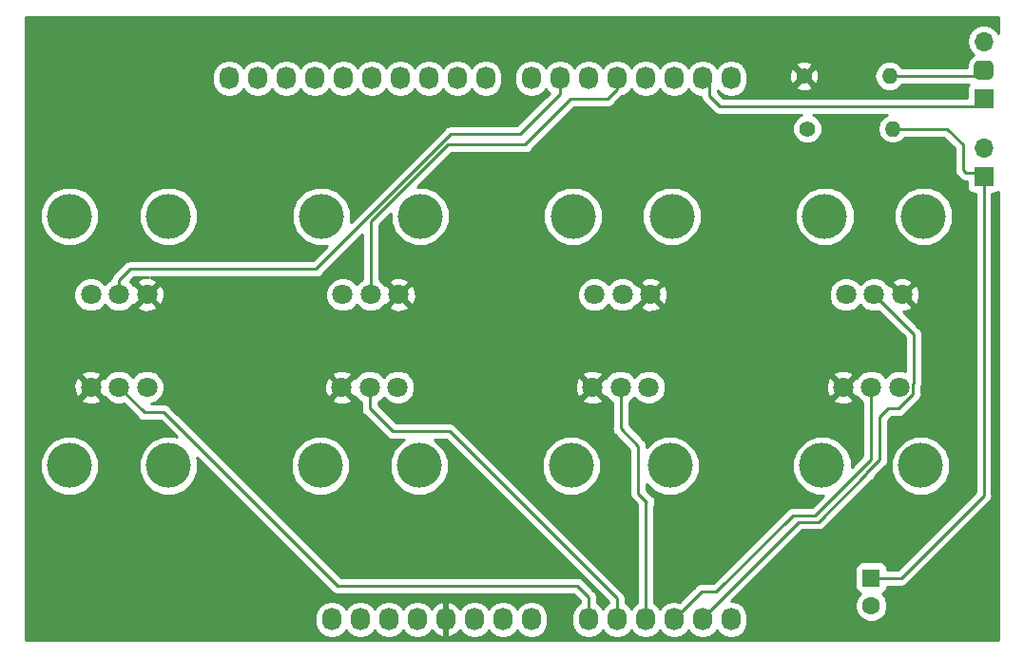
<source format=gbr>
G04 #@! TF.GenerationSoftware,KiCad,Pcbnew,(5.0.1-3-g963ef8bb5)*
G04 #@! TF.CreationDate,2019-07-05T13:12:53+05:30*
G04 #@! TF.ProjectId,8knobs-v2.1-orderworkshop,386B6E6F62732D76322E312D6F726465,rev?*
G04 #@! TF.SameCoordinates,Original*
G04 #@! TF.FileFunction,Copper,L1,Top,Signal*
G04 #@! TF.FilePolarity,Positive*
%FSLAX46Y46*%
G04 Gerber Fmt 4.6, Leading zero omitted, Abs format (unit mm)*
G04 Created by KiCad (PCBNEW (5.0.1-3-g963ef8bb5)) date 2019 July 05, Friday 13:12:53*
%MOMM*%
%LPD*%
G01*
G04 APERTURE LIST*
G04 #@! TA.AperFunction,WasherPad*
%ADD10C,4.000000*%
G04 #@! TD*
G04 #@! TA.AperFunction,ComponentPad*
%ADD11C,1.800000*%
G04 #@! TD*
G04 #@! TA.AperFunction,ComponentPad*
%ADD12R,1.600000X1.600000*%
G04 #@! TD*
G04 #@! TA.AperFunction,ComponentPad*
%ADD13C,1.600000*%
G04 #@! TD*
G04 #@! TA.AperFunction,ComponentPad*
%ADD14O,1.400000X1.400000*%
G04 #@! TD*
G04 #@! TA.AperFunction,ComponentPad*
%ADD15C,1.400000*%
G04 #@! TD*
G04 #@! TA.AperFunction,ComponentPad*
%ADD16O,1.727200X2.032000*%
G04 #@! TD*
G04 #@! TA.AperFunction,ComponentPad*
%ADD17R,1.700000X1.700000*%
G04 #@! TD*
G04 #@! TA.AperFunction,ComponentPad*
%ADD18O,1.700000X1.700000*%
G04 #@! TD*
G04 #@! TA.AperFunction,Conductor*
%ADD19C,0.100000*%
G04 #@! TD*
G04 #@! TA.AperFunction,ComponentPad*
%ADD20C,1.700000*%
G04 #@! TD*
G04 #@! TA.AperFunction,Conductor*
%ADD21C,0.250000*%
G04 #@! TD*
G04 #@! TA.AperFunction,Conductor*
%ADD22C,0.254000*%
G04 #@! TD*
G04 APERTURE END LIST*
D10*
G04 #@! TO.P,RV4,*
G04 #@! TO.N,*
X137931333Y-110115000D03*
X146731333Y-110115000D03*
D11*
G04 #@! TO.P,RV4,1*
G04 #@! TO.N,+5V*
X139831333Y-103115000D03*
G04 #@! TO.P,RV4,2*
G04 #@! TO.N,A1*
X142331333Y-103115000D03*
G04 #@! TO.P,RV4,3*
G04 #@! TO.N,GND*
X144831333Y-103115000D03*
G04 #@! TD*
D10*
G04 #@! TO.P,RV1,*
G04 #@! TO.N,*
X124398000Y-87865000D03*
X115598000Y-87865000D03*
D11*
G04 #@! TO.P,RV1,1*
G04 #@! TO.N,+5V*
X122498000Y-94865000D03*
G04 #@! TO.P,RV1,2*
G04 #@! TO.N,/6(\002A\002A)*
X119998000Y-94865000D03*
G04 #@! TO.P,RV1,3*
G04 #@! TO.N,GND*
X117498000Y-94865000D03*
G04 #@! TD*
D12*
G04 #@! TO.P,C1,1*
G04 #@! TO.N,Net-(Audio1-Pad1)*
X186998000Y-120115000D03*
D13*
G04 #@! TO.P,C1,2*
G04 #@! TO.N,GND*
X186998000Y-122615000D03*
G04 #@! TD*
D14*
G04 #@! TO.P,R2,2*
G04 #@! TO.N,Net-(MIDI1-Pad2)*
X188618000Y-75365000D03*
D15*
G04 #@! TO.P,R2,1*
G04 #@! TO.N,+5V*
X180998000Y-75365000D03*
G04 #@! TD*
G04 #@! TO.P,R1,1*
G04 #@! TO.N,/9(\002A\002A)*
X181298000Y-80065000D03*
D14*
G04 #@! TO.P,R1,2*
G04 #@! TO.N,Net-(Audio1-Pad1)*
X188918000Y-80065000D03*
G04 #@! TD*
D16*
G04 #@! TO.P,P1,1*
G04 #@! TO.N,Net-(P1-Pad1)*
X138938000Y-123825000D03*
G04 #@! TO.P,P1,2*
G04 #@! TO.N,/IOREF*
X141478000Y-123825000D03*
G04 #@! TO.P,P1,3*
G04 #@! TO.N,/Reset*
X144018000Y-123825000D03*
G04 #@! TO.P,P1,4*
G04 #@! TO.N,+3V3*
X146558000Y-123825000D03*
G04 #@! TO.P,P1,5*
G04 #@! TO.N,+5V*
X149098000Y-123825000D03*
G04 #@! TO.P,P1,6*
G04 #@! TO.N,GND*
X151638000Y-123825000D03*
G04 #@! TO.P,P1,7*
X154178000Y-123825000D03*
G04 #@! TO.P,P1,8*
G04 #@! TO.N,/Vin*
X156718000Y-123825000D03*
G04 #@! TD*
G04 #@! TO.P,P2,1*
G04 #@! TO.N,A0*
X161798000Y-123825000D03*
G04 #@! TO.P,P2,2*
G04 #@! TO.N,A1*
X164338000Y-123825000D03*
G04 #@! TO.P,P2,3*
G04 #@! TO.N,A2*
X166878000Y-123825000D03*
G04 #@! TO.P,P2,4*
G04 #@! TO.N,A3*
X169418000Y-123825000D03*
G04 #@! TO.P,P2,5*
G04 #@! TO.N,/A4(SDA)*
X171958000Y-123825000D03*
G04 #@! TO.P,P2,6*
G04 #@! TO.N,Net-(P2-Pad6)*
X174498000Y-123825000D03*
G04 #@! TD*
G04 #@! TO.P,P3,1*
G04 #@! TO.N,/A5(SCL)*
X129794000Y-75565000D03*
G04 #@! TO.P,P3,2*
G04 #@! TO.N,/r2*
X132334000Y-75565000D03*
G04 #@! TO.P,P3,3*
G04 #@! TO.N,/AREF*
X134874000Y-75565000D03*
G04 #@! TO.P,P3,4*
G04 #@! TO.N,GND*
X137414000Y-75565000D03*
G04 #@! TO.P,P3,5*
G04 #@! TO.N,/13(SCK)*
X139954000Y-75565000D03*
G04 #@! TO.P,P3,6*
G04 #@! TO.N,/12(MISO)*
X142494000Y-75565000D03*
G04 #@! TO.P,P3,7*
G04 #@! TO.N,/11(\002A\002A/MOSI)*
X145034000Y-75565000D03*
G04 #@! TO.P,P3,8*
G04 #@! TO.N,/10(\002A\002A/SS)*
X147574000Y-75565000D03*
G04 #@! TO.P,P3,9*
G04 #@! TO.N,/9(\002A\002A)*
X150114000Y-75565000D03*
G04 #@! TO.P,P3,10*
G04 #@! TO.N,/8*
X152654000Y-75565000D03*
G04 #@! TD*
G04 #@! TO.P,P4,1*
G04 #@! TO.N,/7*
X156718000Y-75565000D03*
G04 #@! TO.P,P4,2*
G04 #@! TO.N,/6(\002A\002A)*
X159258000Y-75565000D03*
G04 #@! TO.P,P4,3*
G04 #@! TO.N,/5(\002A\002A)*
X161798000Y-75565000D03*
G04 #@! TO.P,P4,4*
G04 #@! TO.N,/4*
X164338000Y-75565000D03*
G04 #@! TO.P,P4,5*
G04 #@! TO.N,/3(\002A\002A)*
X166878000Y-75565000D03*
G04 #@! TO.P,P4,6*
G04 #@! TO.N,/2*
X169418000Y-75565000D03*
G04 #@! TO.P,P4,7*
G04 #@! TO.N,/1(Tx)*
X171958000Y-75565000D03*
G04 #@! TO.P,P4,8*
G04 #@! TO.N,/0(Rx)*
X174498000Y-75565000D03*
G04 #@! TD*
D11*
G04 #@! TO.P,RV2,3*
G04 #@! TO.N,GND*
X122498000Y-103115000D03*
G04 #@! TO.P,RV2,2*
G04 #@! TO.N,A0*
X119998000Y-103115000D03*
G04 #@! TO.P,RV2,1*
G04 #@! TO.N,+5V*
X117498000Y-103115000D03*
D10*
G04 #@! TO.P,RV2,*
G04 #@! TO.N,*
X124398000Y-110115000D03*
X115598000Y-110115000D03*
G04 #@! TD*
D11*
G04 #@! TO.P,RV3,3*
G04 #@! TO.N,GND*
X139914666Y-94865000D03*
G04 #@! TO.P,RV3,2*
G04 #@! TO.N,/4*
X142414666Y-94865000D03*
G04 #@! TO.P,RV3,1*
G04 #@! TO.N,+5V*
X144914666Y-94865000D03*
D10*
G04 #@! TO.P,RV3,*
G04 #@! TO.N,*
X138014666Y-87865000D03*
X146814666Y-87865000D03*
G04 #@! TD*
D11*
G04 #@! TO.P,RV5,3*
G04 #@! TO.N,GND*
X162331332Y-94865000D03*
G04 #@! TO.P,RV5,2*
G04 #@! TO.N,Net-(P2-Pad6)*
X164831332Y-94865000D03*
G04 #@! TO.P,RV5,1*
G04 #@! TO.N,+5V*
X167331332Y-94865000D03*
D10*
G04 #@! TO.P,RV5,*
G04 #@! TO.N,*
X160431332Y-87865000D03*
X169231332Y-87865000D03*
G04 #@! TD*
D11*
G04 #@! TO.P,RV6,3*
G04 #@! TO.N,GND*
X167164666Y-103115000D03*
G04 #@! TO.P,RV6,2*
G04 #@! TO.N,A2*
X164664666Y-103115000D03*
G04 #@! TO.P,RV6,1*
G04 #@! TO.N,+5V*
X162164666Y-103115000D03*
D10*
G04 #@! TO.P,RV6,*
G04 #@! TO.N,*
X169064666Y-110115000D03*
X160264666Y-110115000D03*
G04 #@! TD*
G04 #@! TO.P,RV7,*
G04 #@! TO.N,*
X191648000Y-87865000D03*
X182848000Y-87865000D03*
D11*
G04 #@! TO.P,RV7,1*
G04 #@! TO.N,+5V*
X189748000Y-94865000D03*
G04 #@! TO.P,RV7,2*
G04 #@! TO.N,/A4(SDA)*
X187248000Y-94865000D03*
G04 #@! TO.P,RV7,3*
G04 #@! TO.N,GND*
X184748000Y-94865000D03*
G04 #@! TD*
D10*
G04 #@! TO.P,RV8,*
G04 #@! TO.N,*
X182598000Y-110115000D03*
X191398000Y-110115000D03*
D11*
G04 #@! TO.P,RV8,1*
G04 #@! TO.N,+5V*
X184498000Y-103115000D03*
G04 #@! TO.P,RV8,2*
G04 #@! TO.N,A3*
X186998000Y-103115000D03*
G04 #@! TO.P,RV8,3*
G04 #@! TO.N,GND*
X189498000Y-103115000D03*
G04 #@! TD*
D17*
G04 #@! TO.P,Audio1,1*
G04 #@! TO.N,Net-(Audio1-Pad1)*
X196998000Y-84365000D03*
D18*
G04 #@! TO.P,Audio1,2*
G04 #@! TO.N,GND*
X196998000Y-81825000D03*
G04 #@! TD*
D17*
G04 #@! TO.P,MIDI1,1*
G04 #@! TO.N,/1(Tx)*
X196998000Y-77365000D03*
D19*
G04 #@! TD*
G04 #@! TO.N,Net-(MIDI1-Pad2)*
G04 #@! TO.C,MIDI1*
G36*
X197464657Y-73977046D02*
X197505913Y-73983166D01*
X197546371Y-73993300D01*
X197585640Y-74007351D01*
X197623344Y-74025183D01*
X197659117Y-74046625D01*
X197692617Y-74071471D01*
X197723520Y-74099480D01*
X197751529Y-74130383D01*
X197776375Y-74163883D01*
X197797817Y-74199656D01*
X197815649Y-74237360D01*
X197829700Y-74276629D01*
X197839834Y-74317087D01*
X197845954Y-74358343D01*
X197848000Y-74400000D01*
X197848000Y-75250000D01*
X197845954Y-75291657D01*
X197839834Y-75332913D01*
X197829700Y-75373371D01*
X197815649Y-75412640D01*
X197797817Y-75450344D01*
X197776375Y-75486117D01*
X197751529Y-75519617D01*
X197723520Y-75550520D01*
X197692617Y-75578529D01*
X197659117Y-75603375D01*
X197623344Y-75624817D01*
X197585640Y-75642649D01*
X197546371Y-75656700D01*
X197505913Y-75666834D01*
X197464657Y-75672954D01*
X197423000Y-75675000D01*
X196573000Y-75675000D01*
X196531343Y-75672954D01*
X196490087Y-75666834D01*
X196449629Y-75656700D01*
X196410360Y-75642649D01*
X196372656Y-75624817D01*
X196336883Y-75603375D01*
X196303383Y-75578529D01*
X196272480Y-75550520D01*
X196244471Y-75519617D01*
X196219625Y-75486117D01*
X196198183Y-75450344D01*
X196180351Y-75412640D01*
X196166300Y-75373371D01*
X196156166Y-75332913D01*
X196150046Y-75291657D01*
X196148000Y-75250000D01*
X196148000Y-74400000D01*
X196150046Y-74358343D01*
X196156166Y-74317087D01*
X196166300Y-74276629D01*
X196180351Y-74237360D01*
X196198183Y-74199656D01*
X196219625Y-74163883D01*
X196244471Y-74130383D01*
X196272480Y-74099480D01*
X196303383Y-74071471D01*
X196336883Y-74046625D01*
X196372656Y-74025183D01*
X196410360Y-74007351D01*
X196449629Y-73993300D01*
X196490087Y-73983166D01*
X196531343Y-73977046D01*
X196573000Y-73975000D01*
X197423000Y-73975000D01*
X197464657Y-73977046D01*
X197464657Y-73977046D01*
G37*
D20*
G04 #@! TO.P,MIDI1,2*
G04 #@! TO.N,Net-(MIDI1-Pad2)*
X196998000Y-74825000D03*
D18*
G04 #@! TO.P,MIDI1,3*
G04 #@! TO.N,GND*
X196998000Y-72285000D03*
G04 #@! TD*
D21*
G04 #@! TO.N,/A4(SDA)*
X186547989Y-110865011D02*
X186547989Y-110778600D01*
X186547989Y-110778600D02*
X187748000Y-109578590D01*
X187748000Y-109578590D02*
X187748000Y-105765000D01*
X171958000Y-123825000D02*
X171958000Y-123672600D01*
X187748000Y-105765000D02*
X188498000Y-105015000D01*
X190723001Y-103703001D02*
X190723001Y-102789999D01*
X189411002Y-105015000D02*
X190723001Y-103703001D01*
X180515600Y-115115000D02*
X182298000Y-115115000D01*
X190748000Y-98365000D02*
X188147999Y-95764999D01*
X190723001Y-102789999D02*
X190748000Y-102765000D01*
X190748000Y-102765000D02*
X190748000Y-98365000D01*
X188498000Y-105015000D02*
X189411002Y-105015000D01*
X171958000Y-123672600D02*
X180515600Y-115115000D01*
X182298000Y-115115000D02*
X186547989Y-110865011D01*
X188147999Y-95764999D02*
X187248000Y-94865000D01*
G04 #@! TO.N,/6(\002A\002A)*
X121025208Y-92565000D02*
X137548000Y-92565000D01*
X149548000Y-80565000D02*
X155698000Y-80565000D01*
X159258000Y-77005000D02*
X159258000Y-75565000D01*
X137548000Y-92565000D02*
X149548000Y-80565000D01*
X119998000Y-93592208D02*
X121025208Y-92565000D01*
X155698000Y-80565000D02*
X159258000Y-77005000D01*
X119998000Y-94865000D02*
X119998000Y-93592208D01*
G04 #@! TO.N,/1(Tx)*
X196298000Y-78065000D02*
X196998000Y-77365000D01*
X173498000Y-78065000D02*
X196298000Y-78065000D01*
X172548000Y-77115000D02*
X173498000Y-78065000D01*
X172548000Y-76155000D02*
X172548000Y-77115000D01*
X171958000Y-75565000D02*
X172548000Y-76155000D01*
G04 #@! TO.N,A0*
X122248000Y-105365000D02*
X119998000Y-103115000D01*
X123998000Y-105365000D02*
X122248000Y-105365000D01*
X160798000Y-120815000D02*
X139448000Y-120815000D01*
X161798000Y-121815000D02*
X160798000Y-120815000D01*
X139448000Y-120815000D02*
X123998000Y-105365000D01*
X161798000Y-123825000D02*
X161798000Y-121815000D01*
G04 #@! TO.N,A1*
X149448000Y-107065000D02*
X164338000Y-121955000D01*
X144398000Y-107065000D02*
X149448000Y-107065000D01*
X142331333Y-104998333D02*
X144398000Y-107065000D01*
X164338000Y-121955000D02*
X164338000Y-123825000D01*
X142331333Y-103115000D02*
X142331333Y-104998333D01*
G04 #@! TO.N,A2*
X164664666Y-103115000D02*
X164664666Y-106781666D01*
X164664666Y-106781666D02*
X166248000Y-108365000D01*
X166248000Y-108365000D02*
X166248000Y-112615000D01*
X166248000Y-112615000D02*
X166998000Y-113365000D01*
X166878000Y-113485000D02*
X166878000Y-123825000D01*
X166998000Y-113365000D02*
X166878000Y-113485000D01*
G04 #@! TO.N,A3*
X170778000Y-122465000D02*
X169418000Y-123825000D01*
X171878000Y-121365000D02*
X170778000Y-122465000D01*
X179999449Y-114565000D02*
X173199449Y-121365000D01*
X181998000Y-114565000D02*
X179999449Y-114565000D01*
X186998000Y-109565000D02*
X181998000Y-114565000D01*
X173199449Y-121365000D02*
X171878000Y-121365000D01*
X186998000Y-103115000D02*
X186998000Y-109565000D01*
G04 #@! TO.N,/4*
X163548000Y-77365000D02*
X164338000Y-76575000D01*
X160248000Y-77365000D02*
X163548000Y-77365000D01*
X149284410Y-81465000D02*
X156148000Y-81465000D01*
X142414666Y-88334744D02*
X149284410Y-81465000D01*
X164338000Y-76575000D02*
X164338000Y-75565000D01*
X156148000Y-81465000D02*
X160248000Y-77365000D01*
X142414666Y-94865000D02*
X142414666Y-88334744D01*
G04 #@! TO.N,Net-(Audio1-Pad1)*
X196598000Y-83965000D02*
X196998000Y-84365000D01*
X195148000Y-83715000D02*
X195398000Y-83965000D01*
X195148000Y-81465000D02*
X195148000Y-83715000D01*
X193748000Y-80065000D02*
X195148000Y-81465000D01*
X195398000Y-83965000D02*
X196598000Y-83965000D01*
X188918000Y-80065000D02*
X193748000Y-80065000D01*
X196998000Y-90315000D02*
X196998000Y-84365000D01*
X196998000Y-112765000D02*
X196998000Y-90315000D01*
X189648000Y-120115000D02*
X196998000Y-112765000D01*
X186998000Y-120115000D02*
X189648000Y-120115000D01*
G04 #@! TO.N,Net-(MIDI1-Pad2)*
X196458000Y-75365000D02*
X196998000Y-74825000D01*
X188618000Y-75365000D02*
X196458000Y-75365000D01*
G04 #@! TD*
D22*
G04 #@! TO.N,+5V*
G36*
X198288000Y-71542693D02*
X198068625Y-71214375D01*
X197577418Y-70886161D01*
X197144256Y-70800000D01*
X196851744Y-70800000D01*
X196418582Y-70886161D01*
X195927375Y-71214375D01*
X195599161Y-71705582D01*
X195483908Y-72285000D01*
X195599161Y-72864418D01*
X195927375Y-73355625D01*
X196085071Y-73460994D01*
X195814670Y-73641670D01*
X195582195Y-73989595D01*
X195500560Y-74400000D01*
X195500560Y-74605000D01*
X189715774Y-74605000D01*
X189580481Y-74402519D01*
X189138891Y-74107458D01*
X188749485Y-74030000D01*
X188486515Y-74030000D01*
X188097109Y-74107458D01*
X187655519Y-74402519D01*
X187360458Y-74844109D01*
X187256846Y-75365000D01*
X187360458Y-75885891D01*
X187655519Y-76327481D01*
X188097109Y-76622542D01*
X188486515Y-76700000D01*
X188749485Y-76700000D01*
X189138891Y-76622542D01*
X189580481Y-76327481D01*
X189715774Y-76125000D01*
X195644882Y-76125000D01*
X195549843Y-76267235D01*
X195500560Y-76515000D01*
X195500560Y-77305000D01*
X173812802Y-77305000D01*
X173308000Y-76800199D01*
X173308000Y-76633847D01*
X173417570Y-76797830D01*
X173913276Y-77129050D01*
X174498000Y-77245359D01*
X175082725Y-77129050D01*
X175578430Y-76797830D01*
X175909650Y-76302124D01*
X175910017Y-76300275D01*
X180242331Y-76300275D01*
X180304169Y-76536042D01*
X180805122Y-76712419D01*
X181335440Y-76683664D01*
X181691831Y-76536042D01*
X181753669Y-76300275D01*
X180998000Y-75544605D01*
X180242331Y-76300275D01*
X175910017Y-76300275D01*
X175996600Y-75864997D01*
X175996600Y-75265002D01*
X175978126Y-75172122D01*
X179650581Y-75172122D01*
X179679336Y-75702440D01*
X179826958Y-76058831D01*
X180062725Y-76120669D01*
X180818395Y-75365000D01*
X181177605Y-75365000D01*
X181933275Y-76120669D01*
X182169042Y-76058831D01*
X182345419Y-75557878D01*
X182316664Y-75027560D01*
X182169042Y-74671169D01*
X181933275Y-74609331D01*
X181177605Y-75365000D01*
X180818395Y-75365000D01*
X180062725Y-74609331D01*
X179826958Y-74671169D01*
X179650581Y-75172122D01*
X175978126Y-75172122D01*
X175909650Y-74827875D01*
X175643615Y-74429725D01*
X180242331Y-74429725D01*
X180998000Y-75185395D01*
X181753669Y-74429725D01*
X181691831Y-74193958D01*
X181190878Y-74017581D01*
X180660560Y-74046336D01*
X180304169Y-74193958D01*
X180242331Y-74429725D01*
X175643615Y-74429725D01*
X175578430Y-74332170D01*
X175082724Y-74000950D01*
X174498000Y-73884641D01*
X173913275Y-74000950D01*
X173417570Y-74332170D01*
X173228000Y-74615881D01*
X173038430Y-74332170D01*
X172542724Y-74000950D01*
X171958000Y-73884641D01*
X171373275Y-74000950D01*
X170877570Y-74332170D01*
X170688000Y-74615881D01*
X170498430Y-74332170D01*
X170002724Y-74000950D01*
X169418000Y-73884641D01*
X168833275Y-74000950D01*
X168337570Y-74332170D01*
X168148000Y-74615881D01*
X167958430Y-74332170D01*
X167462724Y-74000950D01*
X166878000Y-73884641D01*
X166293275Y-74000950D01*
X165797570Y-74332170D01*
X165608000Y-74615881D01*
X165418430Y-74332170D01*
X164922724Y-74000950D01*
X164338000Y-73884641D01*
X163753275Y-74000950D01*
X163257570Y-74332170D01*
X163068000Y-74615881D01*
X162878430Y-74332170D01*
X162382724Y-74000950D01*
X161798000Y-73884641D01*
X161213275Y-74000950D01*
X160717570Y-74332170D01*
X160528000Y-74615881D01*
X160338430Y-74332170D01*
X159842724Y-74000950D01*
X159258000Y-73884641D01*
X158673275Y-74000950D01*
X158177570Y-74332170D01*
X157988000Y-74615881D01*
X157798430Y-74332170D01*
X157302724Y-74000950D01*
X156718000Y-73884641D01*
X156133275Y-74000950D01*
X155637570Y-74332170D01*
X155306350Y-74827876D01*
X155219400Y-75265003D01*
X155219400Y-75864998D01*
X155306350Y-76302125D01*
X155637570Y-76797830D01*
X156133276Y-77129050D01*
X156718000Y-77245359D01*
X157302725Y-77129050D01*
X157798430Y-76797830D01*
X157988000Y-76514119D01*
X158177570Y-76797830D01*
X158305133Y-76883065D01*
X155383199Y-79805000D01*
X149622848Y-79805000D01*
X149548000Y-79790112D01*
X149473152Y-79805000D01*
X149473148Y-79805000D01*
X149299605Y-79839520D01*
X149251462Y-79849096D01*
X149064418Y-79974076D01*
X149000071Y-80017071D01*
X148957671Y-80080527D01*
X140649666Y-88388533D01*
X140649666Y-87340866D01*
X140248511Y-86372392D01*
X139507274Y-85631155D01*
X138538800Y-85230000D01*
X137490532Y-85230000D01*
X136522058Y-85631155D01*
X135780821Y-86372392D01*
X135379666Y-87340866D01*
X135379666Y-88389134D01*
X135780821Y-89357608D01*
X136522058Y-90098845D01*
X137490532Y-90500000D01*
X138538199Y-90500000D01*
X137233199Y-91805000D01*
X121100054Y-91805000D01*
X121025207Y-91790112D01*
X120950360Y-91805000D01*
X120950356Y-91805000D01*
X120728671Y-91849096D01*
X120728669Y-91849097D01*
X120728670Y-91849097D01*
X120540734Y-91974671D01*
X120540732Y-91974673D01*
X120477279Y-92017071D01*
X120434881Y-92080525D01*
X119513527Y-93001879D01*
X119450072Y-93044279D01*
X119407672Y-93107735D01*
X119407671Y-93107736D01*
X119282097Y-93295671D01*
X119237790Y-93518418D01*
X119128493Y-93563690D01*
X118748000Y-93944183D01*
X118367507Y-93563690D01*
X117803330Y-93330000D01*
X117192670Y-93330000D01*
X116628493Y-93563690D01*
X116196690Y-93995493D01*
X115963000Y-94559670D01*
X115963000Y-95170330D01*
X116196690Y-95734507D01*
X116628493Y-96166310D01*
X117192670Y-96400000D01*
X117803330Y-96400000D01*
X118367507Y-96166310D01*
X118748000Y-95785817D01*
X119128493Y-96166310D01*
X119692670Y-96400000D01*
X120303330Y-96400000D01*
X120867507Y-96166310D01*
X121088658Y-95945159D01*
X121597446Y-95945159D01*
X121683852Y-96201643D01*
X122257336Y-96411458D01*
X122867460Y-96385839D01*
X123312148Y-96201643D01*
X123398554Y-95945159D01*
X122498000Y-95044605D01*
X121597446Y-95945159D01*
X121088658Y-95945159D01*
X121299310Y-95734507D01*
X121302539Y-95726710D01*
X121417841Y-95765554D01*
X122318395Y-94865000D01*
X122677605Y-94865000D01*
X123578159Y-95765554D01*
X123834643Y-95679148D01*
X124044458Y-95105664D01*
X124018839Y-94495540D01*
X123834643Y-94050852D01*
X123578159Y-93964446D01*
X122677605Y-94865000D01*
X122318395Y-94865000D01*
X121417841Y-93964446D01*
X121302539Y-94003290D01*
X121299310Y-93995493D01*
X120984413Y-93680596D01*
X121340011Y-93325000D01*
X122584865Y-93325000D01*
X122128540Y-93344161D01*
X121683852Y-93528357D01*
X121597446Y-93784841D01*
X122498000Y-94685395D01*
X123398554Y-93784841D01*
X123312148Y-93528357D01*
X122756316Y-93325000D01*
X137473153Y-93325000D01*
X137548000Y-93339888D01*
X137622847Y-93325000D01*
X137622852Y-93325000D01*
X137844537Y-93280904D01*
X138095929Y-93112929D01*
X138138331Y-93049470D01*
X141654667Y-89533134D01*
X141654666Y-93518331D01*
X141545159Y-93563690D01*
X141164666Y-93944183D01*
X140784173Y-93563690D01*
X140219996Y-93330000D01*
X139609336Y-93330000D01*
X139045159Y-93563690D01*
X138613356Y-93995493D01*
X138379666Y-94559670D01*
X138379666Y-95170330D01*
X138613356Y-95734507D01*
X139045159Y-96166310D01*
X139609336Y-96400000D01*
X140219996Y-96400000D01*
X140784173Y-96166310D01*
X141164666Y-95785817D01*
X141545159Y-96166310D01*
X142109336Y-96400000D01*
X142719996Y-96400000D01*
X143284173Y-96166310D01*
X143505324Y-95945159D01*
X144014112Y-95945159D01*
X144100518Y-96201643D01*
X144674002Y-96411458D01*
X145284126Y-96385839D01*
X145728814Y-96201643D01*
X145815220Y-95945159D01*
X144914666Y-95044605D01*
X144014112Y-95945159D01*
X143505324Y-95945159D01*
X143715976Y-95734507D01*
X143719205Y-95726710D01*
X143834507Y-95765554D01*
X144735061Y-94865000D01*
X145094271Y-94865000D01*
X145994825Y-95765554D01*
X146251309Y-95679148D01*
X146461124Y-95105664D01*
X146438198Y-94559670D01*
X160796332Y-94559670D01*
X160796332Y-95170330D01*
X161030022Y-95734507D01*
X161461825Y-96166310D01*
X162026002Y-96400000D01*
X162636662Y-96400000D01*
X163200839Y-96166310D01*
X163581332Y-95785817D01*
X163961825Y-96166310D01*
X164526002Y-96400000D01*
X165136662Y-96400000D01*
X165700839Y-96166310D01*
X165921990Y-95945159D01*
X166430778Y-95945159D01*
X166517184Y-96201643D01*
X167090668Y-96411458D01*
X167700792Y-96385839D01*
X168145480Y-96201643D01*
X168231886Y-95945159D01*
X167331332Y-95044605D01*
X166430778Y-95945159D01*
X165921990Y-95945159D01*
X166132642Y-95734507D01*
X166135871Y-95726710D01*
X166251173Y-95765554D01*
X167151727Y-94865000D01*
X167510937Y-94865000D01*
X168411491Y-95765554D01*
X168667975Y-95679148D01*
X168877790Y-95105664D01*
X168852171Y-94495540D01*
X168667975Y-94050852D01*
X168411491Y-93964446D01*
X167510937Y-94865000D01*
X167151727Y-94865000D01*
X166251173Y-93964446D01*
X166135871Y-94003290D01*
X166132642Y-93995493D01*
X165921990Y-93784841D01*
X166430778Y-93784841D01*
X167331332Y-94685395D01*
X168231886Y-93784841D01*
X168145480Y-93528357D01*
X167571996Y-93318542D01*
X166961872Y-93344161D01*
X166517184Y-93528357D01*
X166430778Y-93784841D01*
X165921990Y-93784841D01*
X165700839Y-93563690D01*
X165136662Y-93330000D01*
X164526002Y-93330000D01*
X163961825Y-93563690D01*
X163581332Y-93944183D01*
X163200839Y-93563690D01*
X162636662Y-93330000D01*
X162026002Y-93330000D01*
X161461825Y-93563690D01*
X161030022Y-93995493D01*
X160796332Y-94559670D01*
X146438198Y-94559670D01*
X146435505Y-94495540D01*
X146251309Y-94050852D01*
X145994825Y-93964446D01*
X145094271Y-94865000D01*
X144735061Y-94865000D01*
X143834507Y-93964446D01*
X143719205Y-94003290D01*
X143715976Y-93995493D01*
X143505324Y-93784841D01*
X144014112Y-93784841D01*
X144914666Y-94685395D01*
X145815220Y-93784841D01*
X145728814Y-93528357D01*
X145155330Y-93318542D01*
X144545206Y-93344161D01*
X144100518Y-93528357D01*
X144014112Y-93784841D01*
X143505324Y-93784841D01*
X143284173Y-93563690D01*
X143174666Y-93518331D01*
X143174666Y-88649545D01*
X144179666Y-87644545D01*
X144179666Y-88389134D01*
X144580821Y-89357608D01*
X145322058Y-90098845D01*
X146290532Y-90500000D01*
X147338800Y-90500000D01*
X148307274Y-90098845D01*
X149048511Y-89357608D01*
X149449666Y-88389134D01*
X149449666Y-87340866D01*
X157796332Y-87340866D01*
X157796332Y-88389134D01*
X158197487Y-89357608D01*
X158938724Y-90098845D01*
X159907198Y-90500000D01*
X160955466Y-90500000D01*
X161923940Y-90098845D01*
X162665177Y-89357608D01*
X163066332Y-88389134D01*
X163066332Y-87340866D01*
X166596332Y-87340866D01*
X166596332Y-88389134D01*
X166997487Y-89357608D01*
X167738724Y-90098845D01*
X168707198Y-90500000D01*
X169755466Y-90500000D01*
X170723940Y-90098845D01*
X171465177Y-89357608D01*
X171866332Y-88389134D01*
X171866332Y-87340866D01*
X180213000Y-87340866D01*
X180213000Y-88389134D01*
X180614155Y-89357608D01*
X181355392Y-90098845D01*
X182323866Y-90500000D01*
X183372134Y-90500000D01*
X184340608Y-90098845D01*
X185081845Y-89357608D01*
X185483000Y-88389134D01*
X185483000Y-87340866D01*
X189013000Y-87340866D01*
X189013000Y-88389134D01*
X189414155Y-89357608D01*
X190155392Y-90098845D01*
X191123866Y-90500000D01*
X192172134Y-90500000D01*
X193140608Y-90098845D01*
X193881845Y-89357608D01*
X194283000Y-88389134D01*
X194283000Y-87340866D01*
X193881845Y-86372392D01*
X193140608Y-85631155D01*
X192172134Y-85230000D01*
X191123866Y-85230000D01*
X190155392Y-85631155D01*
X189414155Y-86372392D01*
X189013000Y-87340866D01*
X185483000Y-87340866D01*
X185081845Y-86372392D01*
X184340608Y-85631155D01*
X183372134Y-85230000D01*
X182323866Y-85230000D01*
X181355392Y-85631155D01*
X180614155Y-86372392D01*
X180213000Y-87340866D01*
X171866332Y-87340866D01*
X171465177Y-86372392D01*
X170723940Y-85631155D01*
X169755466Y-85230000D01*
X168707198Y-85230000D01*
X167738724Y-85631155D01*
X166997487Y-86372392D01*
X166596332Y-87340866D01*
X163066332Y-87340866D01*
X162665177Y-86372392D01*
X161923940Y-85631155D01*
X160955466Y-85230000D01*
X159907198Y-85230000D01*
X158938724Y-85631155D01*
X158197487Y-86372392D01*
X157796332Y-87340866D01*
X149449666Y-87340866D01*
X149048511Y-86372392D01*
X148307274Y-85631155D01*
X147338800Y-85230000D01*
X146594212Y-85230000D01*
X149599212Y-82225000D01*
X156073153Y-82225000D01*
X156148000Y-82239888D01*
X156222847Y-82225000D01*
X156222852Y-82225000D01*
X156444537Y-82180904D01*
X156695929Y-82012929D01*
X156738331Y-81949470D01*
X160562802Y-78125000D01*
X163473153Y-78125000D01*
X163548000Y-78139888D01*
X163622847Y-78125000D01*
X163622852Y-78125000D01*
X163844537Y-78080904D01*
X164095929Y-77912929D01*
X164138331Y-77849470D01*
X164822473Y-77165329D01*
X164857288Y-77142066D01*
X164922725Y-77129050D01*
X165418430Y-76797830D01*
X165608000Y-76514119D01*
X165797570Y-76797830D01*
X166293276Y-77129050D01*
X166878000Y-77245359D01*
X167462725Y-77129050D01*
X167958430Y-76797830D01*
X168148000Y-76514119D01*
X168337570Y-76797830D01*
X168833276Y-77129050D01*
X169418000Y-77245359D01*
X170002725Y-77129050D01*
X170498430Y-76797830D01*
X170688000Y-76514119D01*
X170877570Y-76797830D01*
X171373276Y-77129050D01*
X171792494Y-77212438D01*
X171832097Y-77411537D01*
X171945013Y-77580527D01*
X172000072Y-77662929D01*
X172063528Y-77705329D01*
X172907671Y-78549473D01*
X172950071Y-78612929D01*
X173201463Y-78780904D01*
X173423148Y-78825000D01*
X173423153Y-78825000D01*
X173498000Y-78839888D01*
X173572847Y-78825000D01*
X180803102Y-78825000D01*
X180541783Y-78933242D01*
X180166242Y-79308783D01*
X179963000Y-79799452D01*
X179963000Y-80330548D01*
X180166242Y-80821217D01*
X180541783Y-81196758D01*
X181032452Y-81400000D01*
X181563548Y-81400000D01*
X182054217Y-81196758D01*
X182429758Y-80821217D01*
X182633000Y-80330548D01*
X182633000Y-79799452D01*
X182429758Y-79308783D01*
X182054217Y-78933242D01*
X181792898Y-78825000D01*
X188370856Y-78825000D01*
X187955519Y-79102519D01*
X187660458Y-79544109D01*
X187556846Y-80065000D01*
X187660458Y-80585891D01*
X187955519Y-81027481D01*
X188397109Y-81322542D01*
X188786515Y-81400000D01*
X189049485Y-81400000D01*
X189438891Y-81322542D01*
X189880481Y-81027481D01*
X190015774Y-80825000D01*
X193433199Y-80825000D01*
X194388000Y-81779802D01*
X194388001Y-83640148D01*
X194373112Y-83715000D01*
X194388001Y-83789852D01*
X194432097Y-84011537D01*
X194600072Y-84262929D01*
X194663527Y-84305328D01*
X194807670Y-84449472D01*
X194850071Y-84512929D01*
X195101463Y-84680904D01*
X195323148Y-84725000D01*
X195323152Y-84725000D01*
X195397999Y-84739888D01*
X195472846Y-84725000D01*
X195500560Y-84725000D01*
X195500560Y-85215000D01*
X195549843Y-85462765D01*
X195690191Y-85672809D01*
X195900235Y-85813157D01*
X196148000Y-85862440D01*
X196238001Y-85862440D01*
X196238000Y-90389851D01*
X196238001Y-90389856D01*
X196238000Y-112450198D01*
X189333199Y-119355000D01*
X188445440Y-119355000D01*
X188445440Y-119315000D01*
X188396157Y-119067235D01*
X188255809Y-118857191D01*
X188045765Y-118716843D01*
X187798000Y-118667560D01*
X186198000Y-118667560D01*
X185950235Y-118716843D01*
X185740191Y-118857191D01*
X185599843Y-119067235D01*
X185550560Y-119315000D01*
X185550560Y-120915000D01*
X185599843Y-121162765D01*
X185740191Y-121372809D01*
X185950235Y-121513157D01*
X186050503Y-121533101D01*
X185781466Y-121802138D01*
X185563000Y-122329561D01*
X185563000Y-122900439D01*
X185781466Y-123427862D01*
X186185138Y-123831534D01*
X186712561Y-124050000D01*
X187283439Y-124050000D01*
X187810862Y-123831534D01*
X188214534Y-123427862D01*
X188433000Y-122900439D01*
X188433000Y-122329561D01*
X188214534Y-121802138D01*
X187945497Y-121533101D01*
X188045765Y-121513157D01*
X188255809Y-121372809D01*
X188396157Y-121162765D01*
X188445440Y-120915000D01*
X188445440Y-120875000D01*
X189573153Y-120875000D01*
X189648000Y-120889888D01*
X189722847Y-120875000D01*
X189722852Y-120875000D01*
X189944537Y-120830904D01*
X190195929Y-120662929D01*
X190238331Y-120599470D01*
X197482473Y-113355329D01*
X197545929Y-113312929D01*
X197688557Y-113099472D01*
X197713904Y-113061538D01*
X197749909Y-112880527D01*
X197758000Y-112839852D01*
X197758000Y-112839848D01*
X197772888Y-112765000D01*
X197758000Y-112690152D01*
X197758000Y-85862440D01*
X197848000Y-85862440D01*
X198095765Y-85813157D01*
X198288000Y-85684708D01*
X198288001Y-125655000D01*
X111708000Y-125655000D01*
X111708000Y-123525003D01*
X137439400Y-123525003D01*
X137439400Y-124124998D01*
X137526350Y-124562125D01*
X137857570Y-125057830D01*
X138353276Y-125389050D01*
X138938000Y-125505359D01*
X139522725Y-125389050D01*
X140018430Y-125057830D01*
X140208000Y-124774119D01*
X140397570Y-125057830D01*
X140893276Y-125389050D01*
X141478000Y-125505359D01*
X142062725Y-125389050D01*
X142558430Y-125057830D01*
X142748000Y-124774119D01*
X142937570Y-125057830D01*
X143433276Y-125389050D01*
X144018000Y-125505359D01*
X144602725Y-125389050D01*
X145098430Y-125057830D01*
X145288000Y-124774119D01*
X145477570Y-125057830D01*
X145973276Y-125389050D01*
X146558000Y-125505359D01*
X147142725Y-125389050D01*
X147638430Y-125057830D01*
X147831909Y-124768267D01*
X148195964Y-125175732D01*
X148723209Y-125429709D01*
X148738974Y-125432358D01*
X148971000Y-125311217D01*
X148971000Y-123952000D01*
X148951000Y-123952000D01*
X148951000Y-123698000D01*
X148971000Y-123698000D01*
X148971000Y-122338783D01*
X149225000Y-122338783D01*
X149225000Y-123698000D01*
X149245000Y-123698000D01*
X149245000Y-123952000D01*
X149225000Y-123952000D01*
X149225000Y-125311217D01*
X149457026Y-125432358D01*
X149472791Y-125429709D01*
X150000036Y-125175732D01*
X150364090Y-124768268D01*
X150557570Y-125057830D01*
X151053276Y-125389050D01*
X151638000Y-125505359D01*
X152222725Y-125389050D01*
X152718430Y-125057830D01*
X152908000Y-124774119D01*
X153097570Y-125057830D01*
X153593276Y-125389050D01*
X154178000Y-125505359D01*
X154762725Y-125389050D01*
X155258430Y-125057830D01*
X155448000Y-124774119D01*
X155637570Y-125057830D01*
X156133276Y-125389050D01*
X156718000Y-125505359D01*
X157302725Y-125389050D01*
X157798430Y-125057830D01*
X158129650Y-124562124D01*
X158216600Y-124124997D01*
X158216600Y-123525002D01*
X158129650Y-123087875D01*
X157798430Y-122592170D01*
X157302724Y-122260950D01*
X156718000Y-122144641D01*
X156133275Y-122260950D01*
X155637570Y-122592170D01*
X155448000Y-122875881D01*
X155258430Y-122592170D01*
X154762724Y-122260950D01*
X154178000Y-122144641D01*
X153593275Y-122260950D01*
X153097570Y-122592170D01*
X152908000Y-122875881D01*
X152718430Y-122592170D01*
X152222724Y-122260950D01*
X151638000Y-122144641D01*
X151053275Y-122260950D01*
X150557570Y-122592170D01*
X150364091Y-122881733D01*
X150000036Y-122474268D01*
X149472791Y-122220291D01*
X149457026Y-122217642D01*
X149225000Y-122338783D01*
X148971000Y-122338783D01*
X148738974Y-122217642D01*
X148723209Y-122220291D01*
X148195964Y-122474268D01*
X147831910Y-122881732D01*
X147638430Y-122592170D01*
X147142724Y-122260950D01*
X146558000Y-122144641D01*
X145973275Y-122260950D01*
X145477570Y-122592170D01*
X145288000Y-122875881D01*
X145098430Y-122592170D01*
X144602724Y-122260950D01*
X144018000Y-122144641D01*
X143433275Y-122260950D01*
X142937570Y-122592170D01*
X142748000Y-122875881D01*
X142558430Y-122592170D01*
X142062724Y-122260950D01*
X141478000Y-122144641D01*
X140893275Y-122260950D01*
X140397570Y-122592170D01*
X140208000Y-122875881D01*
X140018430Y-122592170D01*
X139522724Y-122260950D01*
X138938000Y-122144641D01*
X138353275Y-122260950D01*
X137857570Y-122592170D01*
X137526350Y-123087876D01*
X137439400Y-123525003D01*
X111708000Y-123525003D01*
X111708000Y-109590866D01*
X112963000Y-109590866D01*
X112963000Y-110639134D01*
X113364155Y-111607608D01*
X114105392Y-112348845D01*
X115073866Y-112750000D01*
X116122134Y-112750000D01*
X117090608Y-112348845D01*
X117831845Y-111607608D01*
X118233000Y-110639134D01*
X118233000Y-109590866D01*
X117831845Y-108622392D01*
X117090608Y-107881155D01*
X116122134Y-107480000D01*
X115073866Y-107480000D01*
X114105392Y-107881155D01*
X113364155Y-108622392D01*
X112963000Y-109590866D01*
X111708000Y-109590866D01*
X111708000Y-104195159D01*
X116597446Y-104195159D01*
X116683852Y-104451643D01*
X117257336Y-104661458D01*
X117867460Y-104635839D01*
X118312148Y-104451643D01*
X118398554Y-104195159D01*
X117498000Y-103294605D01*
X116597446Y-104195159D01*
X111708000Y-104195159D01*
X111708000Y-102874336D01*
X115951542Y-102874336D01*
X115977161Y-103484460D01*
X116161357Y-103929148D01*
X116417841Y-104015554D01*
X117318395Y-103115000D01*
X117677605Y-103115000D01*
X118578159Y-104015554D01*
X118693461Y-103976710D01*
X118696690Y-103984507D01*
X119128493Y-104416310D01*
X119692670Y-104650000D01*
X120303330Y-104650000D01*
X120412839Y-104604640D01*
X121657670Y-105849472D01*
X121700071Y-105912929D01*
X121951463Y-106080904D01*
X122173148Y-106125000D01*
X122173152Y-106125000D01*
X122248000Y-106139888D01*
X122322848Y-106125000D01*
X123683199Y-106125000D01*
X125120269Y-107562070D01*
X124922134Y-107480000D01*
X123873866Y-107480000D01*
X122905392Y-107881155D01*
X122164155Y-108622392D01*
X121763000Y-109590866D01*
X121763000Y-110639134D01*
X122164155Y-111607608D01*
X122905392Y-112348845D01*
X123873866Y-112750000D01*
X124922134Y-112750000D01*
X125890608Y-112348845D01*
X126631845Y-111607608D01*
X127033000Y-110639134D01*
X127033000Y-109590866D01*
X126950930Y-109392731D01*
X138857670Y-121299472D01*
X138900071Y-121362929D01*
X139151463Y-121530904D01*
X139373148Y-121575000D01*
X139373152Y-121575000D01*
X139448000Y-121589888D01*
X139522848Y-121575000D01*
X160483199Y-121575000D01*
X161038001Y-122129803D01*
X161038001Y-122378065D01*
X160717570Y-122592170D01*
X160386350Y-123087876D01*
X160299400Y-123525003D01*
X160299400Y-124124998D01*
X160386350Y-124562125D01*
X160717570Y-125057830D01*
X161213276Y-125389050D01*
X161798000Y-125505359D01*
X162382725Y-125389050D01*
X162878430Y-125057830D01*
X163068000Y-124774119D01*
X163257570Y-125057830D01*
X163753276Y-125389050D01*
X164338000Y-125505359D01*
X164922725Y-125389050D01*
X165418430Y-125057830D01*
X165608000Y-124774119D01*
X165797570Y-125057830D01*
X166293276Y-125389050D01*
X166878000Y-125505359D01*
X167462725Y-125389050D01*
X167958430Y-125057830D01*
X168148000Y-124774119D01*
X168337570Y-125057830D01*
X168833276Y-125389050D01*
X169418000Y-125505359D01*
X170002725Y-125389050D01*
X170498430Y-125057830D01*
X170688000Y-124774119D01*
X170877570Y-125057830D01*
X171373276Y-125389050D01*
X171958000Y-125505359D01*
X172542725Y-125389050D01*
X173038430Y-125057830D01*
X173228000Y-124774119D01*
X173417570Y-125057830D01*
X173913276Y-125389050D01*
X174498000Y-125505359D01*
X175082725Y-125389050D01*
X175578430Y-125057830D01*
X175909650Y-124562124D01*
X175996600Y-124124997D01*
X175996600Y-123525002D01*
X175909650Y-123087875D01*
X175578430Y-122592170D01*
X175082724Y-122260950D01*
X174550348Y-122155054D01*
X180830402Y-115875000D01*
X182223153Y-115875000D01*
X182298000Y-115889888D01*
X182372847Y-115875000D01*
X182372852Y-115875000D01*
X182594537Y-115830904D01*
X182845929Y-115662929D01*
X182888331Y-115599470D01*
X187032462Y-111455340D01*
X187095918Y-111412940D01*
X187263893Y-111161548D01*
X187269865Y-111131526D01*
X188232476Y-110168917D01*
X188295929Y-110126519D01*
X188338327Y-110063066D01*
X188338329Y-110063064D01*
X188463903Y-109875128D01*
X188463904Y-109875127D01*
X188508000Y-109653442D01*
X188508000Y-109653438D01*
X188520446Y-109590866D01*
X188763000Y-109590866D01*
X188763000Y-110639134D01*
X189164155Y-111607608D01*
X189905392Y-112348845D01*
X190873866Y-112750000D01*
X191922134Y-112750000D01*
X192890608Y-112348845D01*
X193631845Y-111607608D01*
X194033000Y-110639134D01*
X194033000Y-109590866D01*
X193631845Y-108622392D01*
X192890608Y-107881155D01*
X191922134Y-107480000D01*
X190873866Y-107480000D01*
X189905392Y-107881155D01*
X189164155Y-108622392D01*
X188763000Y-109590866D01*
X188520446Y-109590866D01*
X188522888Y-109578591D01*
X188508000Y-109503744D01*
X188508000Y-106079801D01*
X188812802Y-105775000D01*
X189336155Y-105775000D01*
X189411002Y-105789888D01*
X189485849Y-105775000D01*
X189485854Y-105775000D01*
X189707539Y-105730904D01*
X189958931Y-105562929D01*
X190001333Y-105499470D01*
X191207474Y-104293330D01*
X191270930Y-104250930D01*
X191313925Y-104186583D01*
X191438905Y-103999539D01*
X191452906Y-103929148D01*
X191483001Y-103777853D01*
X191483001Y-103777849D01*
X191497889Y-103703001D01*
X191483001Y-103628153D01*
X191483001Y-102965530D01*
X191508000Y-102839852D01*
X191508000Y-102839847D01*
X191522888Y-102765000D01*
X191508000Y-102690153D01*
X191508000Y-98439848D01*
X191522888Y-98365000D01*
X191508000Y-98290152D01*
X191508000Y-98290148D01*
X191463904Y-98068463D01*
X191463904Y-98068462D01*
X191338329Y-97880527D01*
X191295929Y-97817071D01*
X191232473Y-97774671D01*
X189854675Y-96396873D01*
X190117460Y-96385839D01*
X190562148Y-96201643D01*
X190648554Y-95945159D01*
X189748000Y-95044605D01*
X189733858Y-95058748D01*
X189554253Y-94879143D01*
X189568395Y-94865000D01*
X189927605Y-94865000D01*
X190828159Y-95765554D01*
X191084643Y-95679148D01*
X191294458Y-95105664D01*
X191268839Y-94495540D01*
X191084643Y-94050852D01*
X190828159Y-93964446D01*
X189927605Y-94865000D01*
X189568395Y-94865000D01*
X188667841Y-93964446D01*
X188552539Y-94003290D01*
X188549310Y-93995493D01*
X188338658Y-93784841D01*
X188847446Y-93784841D01*
X189748000Y-94685395D01*
X190648554Y-93784841D01*
X190562148Y-93528357D01*
X189988664Y-93318542D01*
X189378540Y-93344161D01*
X188933852Y-93528357D01*
X188847446Y-93784841D01*
X188338658Y-93784841D01*
X188117507Y-93563690D01*
X187553330Y-93330000D01*
X186942670Y-93330000D01*
X186378493Y-93563690D01*
X185998000Y-93944183D01*
X185617507Y-93563690D01*
X185053330Y-93330000D01*
X184442670Y-93330000D01*
X183878493Y-93563690D01*
X183446690Y-93995493D01*
X183213000Y-94559670D01*
X183213000Y-95170330D01*
X183446690Y-95734507D01*
X183878493Y-96166310D01*
X184442670Y-96400000D01*
X185053330Y-96400000D01*
X185617507Y-96166310D01*
X185998000Y-95785817D01*
X186378493Y-96166310D01*
X186942670Y-96400000D01*
X187553330Y-96400000D01*
X187662838Y-96354640D01*
X187663526Y-96355328D01*
X187663529Y-96355330D01*
X189988001Y-98679803D01*
X189988000Y-101656493D01*
X189803330Y-101580000D01*
X189192670Y-101580000D01*
X188628493Y-101813690D01*
X188248000Y-102194183D01*
X187867507Y-101813690D01*
X187303330Y-101580000D01*
X186692670Y-101580000D01*
X186128493Y-101813690D01*
X185696690Y-102245493D01*
X185693461Y-102253290D01*
X185578159Y-102214446D01*
X184677605Y-103115000D01*
X185578159Y-104015554D01*
X185693461Y-103976710D01*
X185696690Y-103984507D01*
X186128493Y-104416310D01*
X186238000Y-104461669D01*
X186238001Y-109250197D01*
X185233000Y-110255198D01*
X185233000Y-109590866D01*
X184831845Y-108622392D01*
X184090608Y-107881155D01*
X183122134Y-107480000D01*
X182073866Y-107480000D01*
X181105392Y-107881155D01*
X180364155Y-108622392D01*
X179963000Y-109590866D01*
X179963000Y-110639134D01*
X180364155Y-111607608D01*
X181105392Y-112348845D01*
X182073866Y-112750000D01*
X182738199Y-112750000D01*
X181683199Y-113805000D01*
X180074295Y-113805000D01*
X179999448Y-113790112D01*
X179924601Y-113805000D01*
X179924597Y-113805000D01*
X179702912Y-113849096D01*
X179451520Y-114017071D01*
X179409120Y-114080527D01*
X172884648Y-120605000D01*
X171952847Y-120605000D01*
X171878000Y-120590112D01*
X171803153Y-120605000D01*
X171803148Y-120605000D01*
X171581463Y-120649096D01*
X171330071Y-120817071D01*
X171287671Y-120880527D01*
X170293532Y-121874667D01*
X170293526Y-121874671D01*
X169923088Y-122245109D01*
X169418000Y-122144641D01*
X168833275Y-122260950D01*
X168337570Y-122592170D01*
X168148000Y-122875881D01*
X167958430Y-122592170D01*
X167638000Y-122378066D01*
X167638000Y-113775134D01*
X167713903Y-113661537D01*
X167713904Y-113661536D01*
X167772888Y-113365000D01*
X167713904Y-113068463D01*
X167545929Y-112817071D01*
X167482473Y-112774671D01*
X167008000Y-112300199D01*
X167008000Y-111784787D01*
X167572058Y-112348845D01*
X168540532Y-112750000D01*
X169588800Y-112750000D01*
X170557274Y-112348845D01*
X171298511Y-111607608D01*
X171699666Y-110639134D01*
X171699666Y-109590866D01*
X171298511Y-108622392D01*
X170557274Y-107881155D01*
X169588800Y-107480000D01*
X168540532Y-107480000D01*
X167572058Y-107881155D01*
X167008000Y-108445213D01*
X167008000Y-108439846D01*
X167022888Y-108364999D01*
X167008000Y-108290152D01*
X167008000Y-108290148D01*
X166963904Y-108068463D01*
X166838749Y-107881155D01*
X166838329Y-107880526D01*
X166838327Y-107880524D01*
X166795929Y-107817071D01*
X166732476Y-107774673D01*
X165424666Y-106466865D01*
X165424666Y-104461669D01*
X165534173Y-104416310D01*
X165914666Y-104035817D01*
X166295159Y-104416310D01*
X166859336Y-104650000D01*
X167469996Y-104650000D01*
X168034173Y-104416310D01*
X168255324Y-104195159D01*
X183597446Y-104195159D01*
X183683852Y-104451643D01*
X184257336Y-104661458D01*
X184867460Y-104635839D01*
X185312148Y-104451643D01*
X185398554Y-104195159D01*
X184498000Y-103294605D01*
X183597446Y-104195159D01*
X168255324Y-104195159D01*
X168465976Y-103984507D01*
X168699666Y-103420330D01*
X168699666Y-102874336D01*
X182951542Y-102874336D01*
X182977161Y-103484460D01*
X183161357Y-103929148D01*
X183417841Y-104015554D01*
X184318395Y-103115000D01*
X183417841Y-102214446D01*
X183161357Y-102300852D01*
X182951542Y-102874336D01*
X168699666Y-102874336D01*
X168699666Y-102809670D01*
X168465976Y-102245493D01*
X168255324Y-102034841D01*
X183597446Y-102034841D01*
X184498000Y-102935395D01*
X185398554Y-102034841D01*
X185312148Y-101778357D01*
X184738664Y-101568542D01*
X184128540Y-101594161D01*
X183683852Y-101778357D01*
X183597446Y-102034841D01*
X168255324Y-102034841D01*
X168034173Y-101813690D01*
X167469996Y-101580000D01*
X166859336Y-101580000D01*
X166295159Y-101813690D01*
X165914666Y-102194183D01*
X165534173Y-101813690D01*
X164969996Y-101580000D01*
X164359336Y-101580000D01*
X163795159Y-101813690D01*
X163363356Y-102245493D01*
X163360127Y-102253290D01*
X163244825Y-102214446D01*
X162344271Y-103115000D01*
X163244825Y-104015554D01*
X163360127Y-103976710D01*
X163363356Y-103984507D01*
X163795159Y-104416310D01*
X163904666Y-104461669D01*
X163904667Y-106706814D01*
X163889778Y-106781666D01*
X163904667Y-106856518D01*
X163948763Y-107078203D01*
X164116738Y-107329595D01*
X164180194Y-107371995D01*
X165488000Y-108679803D01*
X165488001Y-112540148D01*
X165473112Y-112615000D01*
X165488001Y-112689852D01*
X165517838Y-112839851D01*
X165532097Y-112911537D01*
X165636952Y-113068463D01*
X165700072Y-113162929D01*
X165763528Y-113205329D01*
X166117989Y-113559790D01*
X166118000Y-113559847D01*
X166118001Y-122378065D01*
X165797570Y-122592170D01*
X165608000Y-122875881D01*
X165418430Y-122592170D01*
X165098000Y-122378066D01*
X165098000Y-122029847D01*
X165112888Y-121955000D01*
X165098000Y-121880153D01*
X165098000Y-121880148D01*
X165053904Y-121658463D01*
X164885929Y-121407071D01*
X164822473Y-121364671D01*
X153048668Y-109590866D01*
X157629666Y-109590866D01*
X157629666Y-110639134D01*
X158030821Y-111607608D01*
X158772058Y-112348845D01*
X159740532Y-112750000D01*
X160788800Y-112750000D01*
X161757274Y-112348845D01*
X162498511Y-111607608D01*
X162899666Y-110639134D01*
X162899666Y-109590866D01*
X162498511Y-108622392D01*
X161757274Y-107881155D01*
X160788800Y-107480000D01*
X159740532Y-107480000D01*
X158772058Y-107881155D01*
X158030821Y-108622392D01*
X157629666Y-109590866D01*
X153048668Y-109590866D01*
X150038331Y-106580530D01*
X149995929Y-106517071D01*
X149744537Y-106349096D01*
X149522852Y-106305000D01*
X149522847Y-106305000D01*
X149448000Y-106290112D01*
X149373153Y-106305000D01*
X144712802Y-106305000D01*
X143091333Y-104683532D01*
X143091333Y-104461669D01*
X143200840Y-104416310D01*
X143581333Y-104035817D01*
X143961826Y-104416310D01*
X144526003Y-104650000D01*
X145136663Y-104650000D01*
X145700840Y-104416310D01*
X145921991Y-104195159D01*
X161264112Y-104195159D01*
X161350518Y-104451643D01*
X161924002Y-104661458D01*
X162534126Y-104635839D01*
X162978814Y-104451643D01*
X163065220Y-104195159D01*
X162164666Y-103294605D01*
X161264112Y-104195159D01*
X145921991Y-104195159D01*
X146132643Y-103984507D01*
X146366333Y-103420330D01*
X146366333Y-102874336D01*
X160618208Y-102874336D01*
X160643827Y-103484460D01*
X160828023Y-103929148D01*
X161084507Y-104015554D01*
X161985061Y-103115000D01*
X161084507Y-102214446D01*
X160828023Y-102300852D01*
X160618208Y-102874336D01*
X146366333Y-102874336D01*
X146366333Y-102809670D01*
X146132643Y-102245493D01*
X145921991Y-102034841D01*
X161264112Y-102034841D01*
X162164666Y-102935395D01*
X163065220Y-102034841D01*
X162978814Y-101778357D01*
X162405330Y-101568542D01*
X161795206Y-101594161D01*
X161350518Y-101778357D01*
X161264112Y-102034841D01*
X145921991Y-102034841D01*
X145700840Y-101813690D01*
X145136663Y-101580000D01*
X144526003Y-101580000D01*
X143961826Y-101813690D01*
X143581333Y-102194183D01*
X143200840Y-101813690D01*
X142636663Y-101580000D01*
X142026003Y-101580000D01*
X141461826Y-101813690D01*
X141030023Y-102245493D01*
X141026794Y-102253290D01*
X140911492Y-102214446D01*
X140010938Y-103115000D01*
X140911492Y-104015554D01*
X141026794Y-103976710D01*
X141030023Y-103984507D01*
X141461826Y-104416310D01*
X141571334Y-104461670D01*
X141571334Y-104923481D01*
X141556445Y-104998333D01*
X141571334Y-105073185D01*
X141615430Y-105294870D01*
X141783405Y-105546262D01*
X141846861Y-105588662D01*
X143807670Y-107549472D01*
X143850071Y-107612929D01*
X144101463Y-107780904D01*
X144323148Y-107825000D01*
X144323152Y-107825000D01*
X144398000Y-107839888D01*
X144472848Y-107825000D01*
X145374295Y-107825000D01*
X145238725Y-107881155D01*
X144497488Y-108622392D01*
X144096333Y-109590866D01*
X144096333Y-110639134D01*
X144497488Y-111607608D01*
X145238725Y-112348845D01*
X146207199Y-112750000D01*
X147255467Y-112750000D01*
X148223941Y-112348845D01*
X148965178Y-111607608D01*
X149366333Y-110639134D01*
X149366333Y-109590866D01*
X148965178Y-108622392D01*
X148223941Y-107881155D01*
X148088371Y-107825000D01*
X149133199Y-107825000D01*
X163578000Y-122269802D01*
X163578000Y-122378065D01*
X163257570Y-122592170D01*
X163068000Y-122875881D01*
X162878430Y-122592170D01*
X162558000Y-122378066D01*
X162558000Y-121889848D01*
X162572888Y-121815000D01*
X162558000Y-121740152D01*
X162558000Y-121740148D01*
X162513904Y-121518463D01*
X162345929Y-121267071D01*
X162282473Y-121224671D01*
X161388331Y-120330530D01*
X161345929Y-120267071D01*
X161094537Y-120099096D01*
X160872852Y-120055000D01*
X160872847Y-120055000D01*
X160798000Y-120040112D01*
X160723153Y-120055000D01*
X139762802Y-120055000D01*
X129298668Y-109590866D01*
X135296333Y-109590866D01*
X135296333Y-110639134D01*
X135697488Y-111607608D01*
X136438725Y-112348845D01*
X137407199Y-112750000D01*
X138455467Y-112750000D01*
X139423941Y-112348845D01*
X140165178Y-111607608D01*
X140566333Y-110639134D01*
X140566333Y-109590866D01*
X140165178Y-108622392D01*
X139423941Y-107881155D01*
X138455467Y-107480000D01*
X137407199Y-107480000D01*
X136438725Y-107881155D01*
X135697488Y-108622392D01*
X135296333Y-109590866D01*
X129298668Y-109590866D01*
X124588331Y-104880530D01*
X124545929Y-104817071D01*
X124294537Y-104649096D01*
X124072852Y-104605000D01*
X124072847Y-104605000D01*
X123998000Y-104590112D01*
X123923153Y-104605000D01*
X122911970Y-104605000D01*
X123367507Y-104416310D01*
X123588658Y-104195159D01*
X138930779Y-104195159D01*
X139017185Y-104451643D01*
X139590669Y-104661458D01*
X140200793Y-104635839D01*
X140645481Y-104451643D01*
X140731887Y-104195159D01*
X139831333Y-103294605D01*
X138930779Y-104195159D01*
X123588658Y-104195159D01*
X123799310Y-103984507D01*
X124033000Y-103420330D01*
X124033000Y-102874336D01*
X138284875Y-102874336D01*
X138310494Y-103484460D01*
X138494690Y-103929148D01*
X138751174Y-104015554D01*
X139651728Y-103115000D01*
X138751174Y-102214446D01*
X138494690Y-102300852D01*
X138284875Y-102874336D01*
X124033000Y-102874336D01*
X124033000Y-102809670D01*
X123799310Y-102245493D01*
X123588658Y-102034841D01*
X138930779Y-102034841D01*
X139831333Y-102935395D01*
X140731887Y-102034841D01*
X140645481Y-101778357D01*
X140071997Y-101568542D01*
X139461873Y-101594161D01*
X139017185Y-101778357D01*
X138930779Y-102034841D01*
X123588658Y-102034841D01*
X123367507Y-101813690D01*
X122803330Y-101580000D01*
X122192670Y-101580000D01*
X121628493Y-101813690D01*
X121248000Y-102194183D01*
X120867507Y-101813690D01*
X120303330Y-101580000D01*
X119692670Y-101580000D01*
X119128493Y-101813690D01*
X118696690Y-102245493D01*
X118693461Y-102253290D01*
X118578159Y-102214446D01*
X117677605Y-103115000D01*
X117318395Y-103115000D01*
X116417841Y-102214446D01*
X116161357Y-102300852D01*
X115951542Y-102874336D01*
X111708000Y-102874336D01*
X111708000Y-102034841D01*
X116597446Y-102034841D01*
X117498000Y-102935395D01*
X118398554Y-102034841D01*
X118312148Y-101778357D01*
X117738664Y-101568542D01*
X117128540Y-101594161D01*
X116683852Y-101778357D01*
X116597446Y-102034841D01*
X111708000Y-102034841D01*
X111708000Y-87340866D01*
X112963000Y-87340866D01*
X112963000Y-88389134D01*
X113364155Y-89357608D01*
X114105392Y-90098845D01*
X115073866Y-90500000D01*
X116122134Y-90500000D01*
X117090608Y-90098845D01*
X117831845Y-89357608D01*
X118233000Y-88389134D01*
X118233000Y-87340866D01*
X121763000Y-87340866D01*
X121763000Y-88389134D01*
X122164155Y-89357608D01*
X122905392Y-90098845D01*
X123873866Y-90500000D01*
X124922134Y-90500000D01*
X125890608Y-90098845D01*
X126631845Y-89357608D01*
X127033000Y-88389134D01*
X127033000Y-87340866D01*
X126631845Y-86372392D01*
X125890608Y-85631155D01*
X124922134Y-85230000D01*
X123873866Y-85230000D01*
X122905392Y-85631155D01*
X122164155Y-86372392D01*
X121763000Y-87340866D01*
X118233000Y-87340866D01*
X117831845Y-86372392D01*
X117090608Y-85631155D01*
X116122134Y-85230000D01*
X115073866Y-85230000D01*
X114105392Y-85631155D01*
X113364155Y-86372392D01*
X112963000Y-87340866D01*
X111708000Y-87340866D01*
X111708000Y-75265003D01*
X128295400Y-75265003D01*
X128295400Y-75864998D01*
X128382350Y-76302125D01*
X128713570Y-76797830D01*
X129209276Y-77129050D01*
X129794000Y-77245359D01*
X130378725Y-77129050D01*
X130874430Y-76797830D01*
X131064000Y-76514119D01*
X131253570Y-76797830D01*
X131749276Y-77129050D01*
X132334000Y-77245359D01*
X132918725Y-77129050D01*
X133414430Y-76797830D01*
X133604000Y-76514119D01*
X133793570Y-76797830D01*
X134289276Y-77129050D01*
X134874000Y-77245359D01*
X135458725Y-77129050D01*
X135954430Y-76797830D01*
X136144000Y-76514119D01*
X136333570Y-76797830D01*
X136829276Y-77129050D01*
X137414000Y-77245359D01*
X137998725Y-77129050D01*
X138494430Y-76797830D01*
X138684000Y-76514119D01*
X138873570Y-76797830D01*
X139369276Y-77129050D01*
X139954000Y-77245359D01*
X140538725Y-77129050D01*
X141034430Y-76797830D01*
X141224000Y-76514119D01*
X141413570Y-76797830D01*
X141909276Y-77129050D01*
X142494000Y-77245359D01*
X143078725Y-77129050D01*
X143574430Y-76797830D01*
X143764000Y-76514119D01*
X143953570Y-76797830D01*
X144449276Y-77129050D01*
X145034000Y-77245359D01*
X145618725Y-77129050D01*
X146114430Y-76797830D01*
X146304000Y-76514119D01*
X146493570Y-76797830D01*
X146989276Y-77129050D01*
X147574000Y-77245359D01*
X148158725Y-77129050D01*
X148654430Y-76797830D01*
X148844000Y-76514119D01*
X149033570Y-76797830D01*
X149529276Y-77129050D01*
X150114000Y-77245359D01*
X150698725Y-77129050D01*
X151194430Y-76797830D01*
X151384000Y-76514119D01*
X151573570Y-76797830D01*
X152069276Y-77129050D01*
X152654000Y-77245359D01*
X153238725Y-77129050D01*
X153734430Y-76797830D01*
X154065650Y-76302124D01*
X154152600Y-75864997D01*
X154152600Y-75265002D01*
X154065650Y-74827875D01*
X153734430Y-74332170D01*
X153238724Y-74000950D01*
X152654000Y-73884641D01*
X152069275Y-74000950D01*
X151573570Y-74332170D01*
X151384000Y-74615881D01*
X151194430Y-74332170D01*
X150698724Y-74000950D01*
X150114000Y-73884641D01*
X149529275Y-74000950D01*
X149033570Y-74332170D01*
X148844000Y-74615881D01*
X148654430Y-74332170D01*
X148158724Y-74000950D01*
X147574000Y-73884641D01*
X146989275Y-74000950D01*
X146493570Y-74332170D01*
X146304000Y-74615881D01*
X146114430Y-74332170D01*
X145618724Y-74000950D01*
X145034000Y-73884641D01*
X144449275Y-74000950D01*
X143953570Y-74332170D01*
X143764000Y-74615881D01*
X143574430Y-74332170D01*
X143078724Y-74000950D01*
X142494000Y-73884641D01*
X141909275Y-74000950D01*
X141413570Y-74332170D01*
X141224000Y-74615881D01*
X141034430Y-74332170D01*
X140538724Y-74000950D01*
X139954000Y-73884641D01*
X139369275Y-74000950D01*
X138873570Y-74332170D01*
X138684000Y-74615881D01*
X138494430Y-74332170D01*
X137998724Y-74000950D01*
X137414000Y-73884641D01*
X136829275Y-74000950D01*
X136333570Y-74332170D01*
X136144000Y-74615881D01*
X135954430Y-74332170D01*
X135458724Y-74000950D01*
X134874000Y-73884641D01*
X134289275Y-74000950D01*
X133793570Y-74332170D01*
X133604000Y-74615881D01*
X133414430Y-74332170D01*
X132918724Y-74000950D01*
X132334000Y-73884641D01*
X131749275Y-74000950D01*
X131253570Y-74332170D01*
X131064000Y-74615881D01*
X130874430Y-74332170D01*
X130378724Y-74000950D01*
X129794000Y-73884641D01*
X129209275Y-74000950D01*
X128713570Y-74332170D01*
X128382350Y-74827876D01*
X128295400Y-75265003D01*
X111708000Y-75265003D01*
X111708000Y-70075000D01*
X198288000Y-70075000D01*
X198288000Y-71542693D01*
X198288000Y-71542693D01*
G37*
X198288000Y-71542693D02*
X198068625Y-71214375D01*
X197577418Y-70886161D01*
X197144256Y-70800000D01*
X196851744Y-70800000D01*
X196418582Y-70886161D01*
X195927375Y-71214375D01*
X195599161Y-71705582D01*
X195483908Y-72285000D01*
X195599161Y-72864418D01*
X195927375Y-73355625D01*
X196085071Y-73460994D01*
X195814670Y-73641670D01*
X195582195Y-73989595D01*
X195500560Y-74400000D01*
X195500560Y-74605000D01*
X189715774Y-74605000D01*
X189580481Y-74402519D01*
X189138891Y-74107458D01*
X188749485Y-74030000D01*
X188486515Y-74030000D01*
X188097109Y-74107458D01*
X187655519Y-74402519D01*
X187360458Y-74844109D01*
X187256846Y-75365000D01*
X187360458Y-75885891D01*
X187655519Y-76327481D01*
X188097109Y-76622542D01*
X188486515Y-76700000D01*
X188749485Y-76700000D01*
X189138891Y-76622542D01*
X189580481Y-76327481D01*
X189715774Y-76125000D01*
X195644882Y-76125000D01*
X195549843Y-76267235D01*
X195500560Y-76515000D01*
X195500560Y-77305000D01*
X173812802Y-77305000D01*
X173308000Y-76800199D01*
X173308000Y-76633847D01*
X173417570Y-76797830D01*
X173913276Y-77129050D01*
X174498000Y-77245359D01*
X175082725Y-77129050D01*
X175578430Y-76797830D01*
X175909650Y-76302124D01*
X175910017Y-76300275D01*
X180242331Y-76300275D01*
X180304169Y-76536042D01*
X180805122Y-76712419D01*
X181335440Y-76683664D01*
X181691831Y-76536042D01*
X181753669Y-76300275D01*
X180998000Y-75544605D01*
X180242331Y-76300275D01*
X175910017Y-76300275D01*
X175996600Y-75864997D01*
X175996600Y-75265002D01*
X175978126Y-75172122D01*
X179650581Y-75172122D01*
X179679336Y-75702440D01*
X179826958Y-76058831D01*
X180062725Y-76120669D01*
X180818395Y-75365000D01*
X181177605Y-75365000D01*
X181933275Y-76120669D01*
X182169042Y-76058831D01*
X182345419Y-75557878D01*
X182316664Y-75027560D01*
X182169042Y-74671169D01*
X181933275Y-74609331D01*
X181177605Y-75365000D01*
X180818395Y-75365000D01*
X180062725Y-74609331D01*
X179826958Y-74671169D01*
X179650581Y-75172122D01*
X175978126Y-75172122D01*
X175909650Y-74827875D01*
X175643615Y-74429725D01*
X180242331Y-74429725D01*
X180998000Y-75185395D01*
X181753669Y-74429725D01*
X181691831Y-74193958D01*
X181190878Y-74017581D01*
X180660560Y-74046336D01*
X180304169Y-74193958D01*
X180242331Y-74429725D01*
X175643615Y-74429725D01*
X175578430Y-74332170D01*
X175082724Y-74000950D01*
X174498000Y-73884641D01*
X173913275Y-74000950D01*
X173417570Y-74332170D01*
X173228000Y-74615881D01*
X173038430Y-74332170D01*
X172542724Y-74000950D01*
X171958000Y-73884641D01*
X171373275Y-74000950D01*
X170877570Y-74332170D01*
X170688000Y-74615881D01*
X170498430Y-74332170D01*
X170002724Y-74000950D01*
X169418000Y-73884641D01*
X168833275Y-74000950D01*
X168337570Y-74332170D01*
X168148000Y-74615881D01*
X167958430Y-74332170D01*
X167462724Y-74000950D01*
X166878000Y-73884641D01*
X166293275Y-74000950D01*
X165797570Y-74332170D01*
X165608000Y-74615881D01*
X165418430Y-74332170D01*
X164922724Y-74000950D01*
X164338000Y-73884641D01*
X163753275Y-74000950D01*
X163257570Y-74332170D01*
X163068000Y-74615881D01*
X162878430Y-74332170D01*
X162382724Y-74000950D01*
X161798000Y-73884641D01*
X161213275Y-74000950D01*
X160717570Y-74332170D01*
X160528000Y-74615881D01*
X160338430Y-74332170D01*
X159842724Y-74000950D01*
X159258000Y-73884641D01*
X158673275Y-74000950D01*
X158177570Y-74332170D01*
X157988000Y-74615881D01*
X157798430Y-74332170D01*
X157302724Y-74000950D01*
X156718000Y-73884641D01*
X156133275Y-74000950D01*
X155637570Y-74332170D01*
X155306350Y-74827876D01*
X155219400Y-75265003D01*
X155219400Y-75864998D01*
X155306350Y-76302125D01*
X155637570Y-76797830D01*
X156133276Y-77129050D01*
X156718000Y-77245359D01*
X157302725Y-77129050D01*
X157798430Y-76797830D01*
X157988000Y-76514119D01*
X158177570Y-76797830D01*
X158305133Y-76883065D01*
X155383199Y-79805000D01*
X149622848Y-79805000D01*
X149548000Y-79790112D01*
X149473152Y-79805000D01*
X149473148Y-79805000D01*
X149299605Y-79839520D01*
X149251462Y-79849096D01*
X149064418Y-79974076D01*
X149000071Y-80017071D01*
X148957671Y-80080527D01*
X140649666Y-88388533D01*
X140649666Y-87340866D01*
X140248511Y-86372392D01*
X139507274Y-85631155D01*
X138538800Y-85230000D01*
X137490532Y-85230000D01*
X136522058Y-85631155D01*
X135780821Y-86372392D01*
X135379666Y-87340866D01*
X135379666Y-88389134D01*
X135780821Y-89357608D01*
X136522058Y-90098845D01*
X137490532Y-90500000D01*
X138538199Y-90500000D01*
X137233199Y-91805000D01*
X121100054Y-91805000D01*
X121025207Y-91790112D01*
X120950360Y-91805000D01*
X120950356Y-91805000D01*
X120728671Y-91849096D01*
X120728669Y-91849097D01*
X120728670Y-91849097D01*
X120540734Y-91974671D01*
X120540732Y-91974673D01*
X120477279Y-92017071D01*
X120434881Y-92080525D01*
X119513527Y-93001879D01*
X119450072Y-93044279D01*
X119407672Y-93107735D01*
X119407671Y-93107736D01*
X119282097Y-93295671D01*
X119237790Y-93518418D01*
X119128493Y-93563690D01*
X118748000Y-93944183D01*
X118367507Y-93563690D01*
X117803330Y-93330000D01*
X117192670Y-93330000D01*
X116628493Y-93563690D01*
X116196690Y-93995493D01*
X115963000Y-94559670D01*
X115963000Y-95170330D01*
X116196690Y-95734507D01*
X116628493Y-96166310D01*
X117192670Y-96400000D01*
X117803330Y-96400000D01*
X118367507Y-96166310D01*
X118748000Y-95785817D01*
X119128493Y-96166310D01*
X119692670Y-96400000D01*
X120303330Y-96400000D01*
X120867507Y-96166310D01*
X121088658Y-95945159D01*
X121597446Y-95945159D01*
X121683852Y-96201643D01*
X122257336Y-96411458D01*
X122867460Y-96385839D01*
X123312148Y-96201643D01*
X123398554Y-95945159D01*
X122498000Y-95044605D01*
X121597446Y-95945159D01*
X121088658Y-95945159D01*
X121299310Y-95734507D01*
X121302539Y-95726710D01*
X121417841Y-95765554D01*
X122318395Y-94865000D01*
X122677605Y-94865000D01*
X123578159Y-95765554D01*
X123834643Y-95679148D01*
X124044458Y-95105664D01*
X124018839Y-94495540D01*
X123834643Y-94050852D01*
X123578159Y-93964446D01*
X122677605Y-94865000D01*
X122318395Y-94865000D01*
X121417841Y-93964446D01*
X121302539Y-94003290D01*
X121299310Y-93995493D01*
X120984413Y-93680596D01*
X121340011Y-93325000D01*
X122584865Y-93325000D01*
X122128540Y-93344161D01*
X121683852Y-93528357D01*
X121597446Y-93784841D01*
X122498000Y-94685395D01*
X123398554Y-93784841D01*
X123312148Y-93528357D01*
X122756316Y-93325000D01*
X137473153Y-93325000D01*
X137548000Y-93339888D01*
X137622847Y-93325000D01*
X137622852Y-93325000D01*
X137844537Y-93280904D01*
X138095929Y-93112929D01*
X138138331Y-93049470D01*
X141654667Y-89533134D01*
X141654666Y-93518331D01*
X141545159Y-93563690D01*
X141164666Y-93944183D01*
X140784173Y-93563690D01*
X140219996Y-93330000D01*
X139609336Y-93330000D01*
X139045159Y-93563690D01*
X138613356Y-93995493D01*
X138379666Y-94559670D01*
X138379666Y-95170330D01*
X138613356Y-95734507D01*
X139045159Y-96166310D01*
X139609336Y-96400000D01*
X140219996Y-96400000D01*
X140784173Y-96166310D01*
X141164666Y-95785817D01*
X141545159Y-96166310D01*
X142109336Y-96400000D01*
X142719996Y-96400000D01*
X143284173Y-96166310D01*
X143505324Y-95945159D01*
X144014112Y-95945159D01*
X144100518Y-96201643D01*
X144674002Y-96411458D01*
X145284126Y-96385839D01*
X145728814Y-96201643D01*
X145815220Y-95945159D01*
X144914666Y-95044605D01*
X144014112Y-95945159D01*
X143505324Y-95945159D01*
X143715976Y-95734507D01*
X143719205Y-95726710D01*
X143834507Y-95765554D01*
X144735061Y-94865000D01*
X145094271Y-94865000D01*
X145994825Y-95765554D01*
X146251309Y-95679148D01*
X146461124Y-95105664D01*
X146438198Y-94559670D01*
X160796332Y-94559670D01*
X160796332Y-95170330D01*
X161030022Y-95734507D01*
X161461825Y-96166310D01*
X162026002Y-96400000D01*
X162636662Y-96400000D01*
X163200839Y-96166310D01*
X163581332Y-95785817D01*
X163961825Y-96166310D01*
X164526002Y-96400000D01*
X165136662Y-96400000D01*
X165700839Y-96166310D01*
X165921990Y-95945159D01*
X166430778Y-95945159D01*
X166517184Y-96201643D01*
X167090668Y-96411458D01*
X167700792Y-96385839D01*
X168145480Y-96201643D01*
X168231886Y-95945159D01*
X167331332Y-95044605D01*
X166430778Y-95945159D01*
X165921990Y-95945159D01*
X166132642Y-95734507D01*
X166135871Y-95726710D01*
X166251173Y-95765554D01*
X167151727Y-94865000D01*
X167510937Y-94865000D01*
X168411491Y-95765554D01*
X168667975Y-95679148D01*
X168877790Y-95105664D01*
X168852171Y-94495540D01*
X168667975Y-94050852D01*
X168411491Y-93964446D01*
X167510937Y-94865000D01*
X167151727Y-94865000D01*
X166251173Y-93964446D01*
X166135871Y-94003290D01*
X166132642Y-93995493D01*
X165921990Y-93784841D01*
X166430778Y-93784841D01*
X167331332Y-94685395D01*
X168231886Y-93784841D01*
X168145480Y-93528357D01*
X167571996Y-93318542D01*
X166961872Y-93344161D01*
X166517184Y-93528357D01*
X166430778Y-93784841D01*
X165921990Y-93784841D01*
X165700839Y-93563690D01*
X165136662Y-93330000D01*
X164526002Y-93330000D01*
X163961825Y-93563690D01*
X163581332Y-93944183D01*
X163200839Y-93563690D01*
X162636662Y-93330000D01*
X162026002Y-93330000D01*
X161461825Y-93563690D01*
X161030022Y-93995493D01*
X160796332Y-94559670D01*
X146438198Y-94559670D01*
X146435505Y-94495540D01*
X146251309Y-94050852D01*
X145994825Y-93964446D01*
X145094271Y-94865000D01*
X144735061Y-94865000D01*
X143834507Y-93964446D01*
X143719205Y-94003290D01*
X143715976Y-93995493D01*
X143505324Y-93784841D01*
X144014112Y-93784841D01*
X144914666Y-94685395D01*
X145815220Y-93784841D01*
X145728814Y-93528357D01*
X145155330Y-93318542D01*
X144545206Y-93344161D01*
X144100518Y-93528357D01*
X144014112Y-93784841D01*
X143505324Y-93784841D01*
X143284173Y-93563690D01*
X143174666Y-93518331D01*
X143174666Y-88649545D01*
X144179666Y-87644545D01*
X144179666Y-88389134D01*
X144580821Y-89357608D01*
X145322058Y-90098845D01*
X146290532Y-90500000D01*
X147338800Y-90500000D01*
X148307274Y-90098845D01*
X149048511Y-89357608D01*
X149449666Y-88389134D01*
X149449666Y-87340866D01*
X157796332Y-87340866D01*
X157796332Y-88389134D01*
X158197487Y-89357608D01*
X158938724Y-90098845D01*
X159907198Y-90500000D01*
X160955466Y-90500000D01*
X161923940Y-90098845D01*
X162665177Y-89357608D01*
X163066332Y-88389134D01*
X163066332Y-87340866D01*
X166596332Y-87340866D01*
X166596332Y-88389134D01*
X166997487Y-89357608D01*
X167738724Y-90098845D01*
X168707198Y-90500000D01*
X169755466Y-90500000D01*
X170723940Y-90098845D01*
X171465177Y-89357608D01*
X171866332Y-88389134D01*
X171866332Y-87340866D01*
X180213000Y-87340866D01*
X180213000Y-88389134D01*
X180614155Y-89357608D01*
X181355392Y-90098845D01*
X182323866Y-90500000D01*
X183372134Y-90500000D01*
X184340608Y-90098845D01*
X185081845Y-89357608D01*
X185483000Y-88389134D01*
X185483000Y-87340866D01*
X189013000Y-87340866D01*
X189013000Y-88389134D01*
X189414155Y-89357608D01*
X190155392Y-90098845D01*
X191123866Y-90500000D01*
X192172134Y-90500000D01*
X193140608Y-90098845D01*
X193881845Y-89357608D01*
X194283000Y-88389134D01*
X194283000Y-87340866D01*
X193881845Y-86372392D01*
X193140608Y-85631155D01*
X192172134Y-85230000D01*
X191123866Y-85230000D01*
X190155392Y-85631155D01*
X189414155Y-86372392D01*
X189013000Y-87340866D01*
X185483000Y-87340866D01*
X185081845Y-86372392D01*
X184340608Y-85631155D01*
X183372134Y-85230000D01*
X182323866Y-85230000D01*
X181355392Y-85631155D01*
X180614155Y-86372392D01*
X180213000Y-87340866D01*
X171866332Y-87340866D01*
X171465177Y-86372392D01*
X170723940Y-85631155D01*
X169755466Y-85230000D01*
X168707198Y-85230000D01*
X167738724Y-85631155D01*
X166997487Y-86372392D01*
X166596332Y-87340866D01*
X163066332Y-87340866D01*
X162665177Y-86372392D01*
X161923940Y-85631155D01*
X160955466Y-85230000D01*
X159907198Y-85230000D01*
X158938724Y-85631155D01*
X158197487Y-86372392D01*
X157796332Y-87340866D01*
X149449666Y-87340866D01*
X149048511Y-86372392D01*
X148307274Y-85631155D01*
X147338800Y-85230000D01*
X146594212Y-85230000D01*
X149599212Y-82225000D01*
X156073153Y-82225000D01*
X156148000Y-82239888D01*
X156222847Y-82225000D01*
X156222852Y-82225000D01*
X156444537Y-82180904D01*
X156695929Y-82012929D01*
X156738331Y-81949470D01*
X160562802Y-78125000D01*
X163473153Y-78125000D01*
X163548000Y-78139888D01*
X163622847Y-78125000D01*
X163622852Y-78125000D01*
X163844537Y-78080904D01*
X164095929Y-77912929D01*
X164138331Y-77849470D01*
X164822473Y-77165329D01*
X164857288Y-77142066D01*
X164922725Y-77129050D01*
X165418430Y-76797830D01*
X165608000Y-76514119D01*
X165797570Y-76797830D01*
X166293276Y-77129050D01*
X166878000Y-77245359D01*
X167462725Y-77129050D01*
X167958430Y-76797830D01*
X168148000Y-76514119D01*
X168337570Y-76797830D01*
X168833276Y-77129050D01*
X169418000Y-77245359D01*
X170002725Y-77129050D01*
X170498430Y-76797830D01*
X170688000Y-76514119D01*
X170877570Y-76797830D01*
X171373276Y-77129050D01*
X171792494Y-77212438D01*
X171832097Y-77411537D01*
X171945013Y-77580527D01*
X172000072Y-77662929D01*
X172063528Y-77705329D01*
X172907671Y-78549473D01*
X172950071Y-78612929D01*
X173201463Y-78780904D01*
X173423148Y-78825000D01*
X173423153Y-78825000D01*
X173498000Y-78839888D01*
X173572847Y-78825000D01*
X180803102Y-78825000D01*
X180541783Y-78933242D01*
X180166242Y-79308783D01*
X179963000Y-79799452D01*
X179963000Y-80330548D01*
X180166242Y-80821217D01*
X180541783Y-81196758D01*
X181032452Y-81400000D01*
X181563548Y-81400000D01*
X182054217Y-81196758D01*
X182429758Y-80821217D01*
X182633000Y-80330548D01*
X182633000Y-79799452D01*
X182429758Y-79308783D01*
X182054217Y-78933242D01*
X181792898Y-78825000D01*
X188370856Y-78825000D01*
X187955519Y-79102519D01*
X187660458Y-79544109D01*
X187556846Y-80065000D01*
X187660458Y-80585891D01*
X187955519Y-81027481D01*
X188397109Y-81322542D01*
X188786515Y-81400000D01*
X189049485Y-81400000D01*
X189438891Y-81322542D01*
X189880481Y-81027481D01*
X190015774Y-80825000D01*
X193433199Y-80825000D01*
X194388000Y-81779802D01*
X194388001Y-83640148D01*
X194373112Y-83715000D01*
X194388001Y-83789852D01*
X194432097Y-84011537D01*
X194600072Y-84262929D01*
X194663527Y-84305328D01*
X194807670Y-84449472D01*
X194850071Y-84512929D01*
X195101463Y-84680904D01*
X195323148Y-84725000D01*
X195323152Y-84725000D01*
X195397999Y-84739888D01*
X195472846Y-84725000D01*
X195500560Y-84725000D01*
X195500560Y-85215000D01*
X195549843Y-85462765D01*
X195690191Y-85672809D01*
X195900235Y-85813157D01*
X196148000Y-85862440D01*
X196238001Y-85862440D01*
X196238000Y-90389851D01*
X196238001Y-90389856D01*
X196238000Y-112450198D01*
X189333199Y-119355000D01*
X188445440Y-119355000D01*
X188445440Y-119315000D01*
X188396157Y-119067235D01*
X188255809Y-118857191D01*
X188045765Y-118716843D01*
X187798000Y-118667560D01*
X186198000Y-118667560D01*
X185950235Y-118716843D01*
X185740191Y-118857191D01*
X185599843Y-119067235D01*
X185550560Y-119315000D01*
X185550560Y-120915000D01*
X185599843Y-121162765D01*
X185740191Y-121372809D01*
X185950235Y-121513157D01*
X186050503Y-121533101D01*
X185781466Y-121802138D01*
X185563000Y-122329561D01*
X185563000Y-122900439D01*
X185781466Y-123427862D01*
X186185138Y-123831534D01*
X186712561Y-124050000D01*
X187283439Y-124050000D01*
X187810862Y-123831534D01*
X188214534Y-123427862D01*
X188433000Y-122900439D01*
X188433000Y-122329561D01*
X188214534Y-121802138D01*
X187945497Y-121533101D01*
X188045765Y-121513157D01*
X188255809Y-121372809D01*
X188396157Y-121162765D01*
X188445440Y-120915000D01*
X188445440Y-120875000D01*
X189573153Y-120875000D01*
X189648000Y-120889888D01*
X189722847Y-120875000D01*
X189722852Y-120875000D01*
X189944537Y-120830904D01*
X190195929Y-120662929D01*
X190238331Y-120599470D01*
X197482473Y-113355329D01*
X197545929Y-113312929D01*
X197688557Y-113099472D01*
X197713904Y-113061538D01*
X197749909Y-112880527D01*
X197758000Y-112839852D01*
X197758000Y-112839848D01*
X197772888Y-112765000D01*
X197758000Y-112690152D01*
X197758000Y-85862440D01*
X197848000Y-85862440D01*
X198095765Y-85813157D01*
X198288000Y-85684708D01*
X198288001Y-125655000D01*
X111708000Y-125655000D01*
X111708000Y-123525003D01*
X137439400Y-123525003D01*
X137439400Y-124124998D01*
X137526350Y-124562125D01*
X137857570Y-125057830D01*
X138353276Y-125389050D01*
X138938000Y-125505359D01*
X139522725Y-125389050D01*
X140018430Y-125057830D01*
X140208000Y-124774119D01*
X140397570Y-125057830D01*
X140893276Y-125389050D01*
X141478000Y-125505359D01*
X142062725Y-125389050D01*
X142558430Y-125057830D01*
X142748000Y-124774119D01*
X142937570Y-125057830D01*
X143433276Y-125389050D01*
X144018000Y-125505359D01*
X144602725Y-125389050D01*
X145098430Y-125057830D01*
X145288000Y-124774119D01*
X145477570Y-125057830D01*
X145973276Y-125389050D01*
X146558000Y-125505359D01*
X147142725Y-125389050D01*
X147638430Y-125057830D01*
X147831909Y-124768267D01*
X148195964Y-125175732D01*
X148723209Y-125429709D01*
X148738974Y-125432358D01*
X148971000Y-125311217D01*
X148971000Y-123952000D01*
X148951000Y-123952000D01*
X148951000Y-123698000D01*
X148971000Y-123698000D01*
X148971000Y-122338783D01*
X149225000Y-122338783D01*
X149225000Y-123698000D01*
X149245000Y-123698000D01*
X149245000Y-123952000D01*
X149225000Y-123952000D01*
X149225000Y-125311217D01*
X149457026Y-125432358D01*
X149472791Y-125429709D01*
X150000036Y-125175732D01*
X150364090Y-124768268D01*
X150557570Y-125057830D01*
X151053276Y-125389050D01*
X151638000Y-125505359D01*
X152222725Y-125389050D01*
X152718430Y-125057830D01*
X152908000Y-124774119D01*
X153097570Y-125057830D01*
X153593276Y-125389050D01*
X154178000Y-125505359D01*
X154762725Y-125389050D01*
X155258430Y-125057830D01*
X155448000Y-124774119D01*
X155637570Y-125057830D01*
X156133276Y-125389050D01*
X156718000Y-125505359D01*
X157302725Y-125389050D01*
X157798430Y-125057830D01*
X158129650Y-124562124D01*
X158216600Y-124124997D01*
X158216600Y-123525002D01*
X158129650Y-123087875D01*
X157798430Y-122592170D01*
X157302724Y-122260950D01*
X156718000Y-122144641D01*
X156133275Y-122260950D01*
X155637570Y-122592170D01*
X155448000Y-122875881D01*
X155258430Y-122592170D01*
X154762724Y-122260950D01*
X154178000Y-122144641D01*
X153593275Y-122260950D01*
X153097570Y-122592170D01*
X152908000Y-122875881D01*
X152718430Y-122592170D01*
X152222724Y-122260950D01*
X151638000Y-122144641D01*
X151053275Y-122260950D01*
X150557570Y-122592170D01*
X150364091Y-122881733D01*
X150000036Y-122474268D01*
X149472791Y-122220291D01*
X149457026Y-122217642D01*
X149225000Y-122338783D01*
X148971000Y-122338783D01*
X148738974Y-122217642D01*
X148723209Y-122220291D01*
X148195964Y-122474268D01*
X147831910Y-122881732D01*
X147638430Y-122592170D01*
X147142724Y-122260950D01*
X146558000Y-122144641D01*
X145973275Y-122260950D01*
X145477570Y-122592170D01*
X145288000Y-122875881D01*
X145098430Y-122592170D01*
X144602724Y-122260950D01*
X144018000Y-122144641D01*
X143433275Y-122260950D01*
X142937570Y-122592170D01*
X142748000Y-122875881D01*
X142558430Y-122592170D01*
X142062724Y-122260950D01*
X141478000Y-122144641D01*
X140893275Y-122260950D01*
X140397570Y-122592170D01*
X140208000Y-122875881D01*
X140018430Y-122592170D01*
X139522724Y-122260950D01*
X138938000Y-122144641D01*
X138353275Y-122260950D01*
X137857570Y-122592170D01*
X137526350Y-123087876D01*
X137439400Y-123525003D01*
X111708000Y-123525003D01*
X111708000Y-109590866D01*
X112963000Y-109590866D01*
X112963000Y-110639134D01*
X113364155Y-111607608D01*
X114105392Y-112348845D01*
X115073866Y-112750000D01*
X116122134Y-112750000D01*
X117090608Y-112348845D01*
X117831845Y-111607608D01*
X118233000Y-110639134D01*
X118233000Y-109590866D01*
X117831845Y-108622392D01*
X117090608Y-107881155D01*
X116122134Y-107480000D01*
X115073866Y-107480000D01*
X114105392Y-107881155D01*
X113364155Y-108622392D01*
X112963000Y-109590866D01*
X111708000Y-109590866D01*
X111708000Y-104195159D01*
X116597446Y-104195159D01*
X116683852Y-104451643D01*
X117257336Y-104661458D01*
X117867460Y-104635839D01*
X118312148Y-104451643D01*
X118398554Y-104195159D01*
X117498000Y-103294605D01*
X116597446Y-104195159D01*
X111708000Y-104195159D01*
X111708000Y-102874336D01*
X115951542Y-102874336D01*
X115977161Y-103484460D01*
X116161357Y-103929148D01*
X116417841Y-104015554D01*
X117318395Y-103115000D01*
X117677605Y-103115000D01*
X118578159Y-104015554D01*
X118693461Y-103976710D01*
X118696690Y-103984507D01*
X119128493Y-104416310D01*
X119692670Y-104650000D01*
X120303330Y-104650000D01*
X120412839Y-104604640D01*
X121657670Y-105849472D01*
X121700071Y-105912929D01*
X121951463Y-106080904D01*
X122173148Y-106125000D01*
X122173152Y-106125000D01*
X122248000Y-106139888D01*
X122322848Y-106125000D01*
X123683199Y-106125000D01*
X125120269Y-107562070D01*
X124922134Y-107480000D01*
X123873866Y-107480000D01*
X122905392Y-107881155D01*
X122164155Y-108622392D01*
X121763000Y-109590866D01*
X121763000Y-110639134D01*
X122164155Y-111607608D01*
X122905392Y-112348845D01*
X123873866Y-112750000D01*
X124922134Y-112750000D01*
X125890608Y-112348845D01*
X126631845Y-111607608D01*
X127033000Y-110639134D01*
X127033000Y-109590866D01*
X126950930Y-109392731D01*
X138857670Y-121299472D01*
X138900071Y-121362929D01*
X139151463Y-121530904D01*
X139373148Y-121575000D01*
X139373152Y-121575000D01*
X139448000Y-121589888D01*
X139522848Y-121575000D01*
X160483199Y-121575000D01*
X161038001Y-122129803D01*
X161038001Y-122378065D01*
X160717570Y-122592170D01*
X160386350Y-123087876D01*
X160299400Y-123525003D01*
X160299400Y-124124998D01*
X160386350Y-124562125D01*
X160717570Y-125057830D01*
X161213276Y-125389050D01*
X161798000Y-125505359D01*
X162382725Y-125389050D01*
X162878430Y-125057830D01*
X163068000Y-124774119D01*
X163257570Y-125057830D01*
X163753276Y-125389050D01*
X164338000Y-125505359D01*
X164922725Y-125389050D01*
X165418430Y-125057830D01*
X165608000Y-124774119D01*
X165797570Y-125057830D01*
X166293276Y-125389050D01*
X166878000Y-125505359D01*
X167462725Y-125389050D01*
X167958430Y-125057830D01*
X168148000Y-124774119D01*
X168337570Y-125057830D01*
X168833276Y-125389050D01*
X169418000Y-125505359D01*
X170002725Y-125389050D01*
X170498430Y-125057830D01*
X170688000Y-124774119D01*
X170877570Y-125057830D01*
X171373276Y-125389050D01*
X171958000Y-125505359D01*
X172542725Y-125389050D01*
X173038430Y-125057830D01*
X173228000Y-124774119D01*
X173417570Y-125057830D01*
X173913276Y-125389050D01*
X174498000Y-125505359D01*
X175082725Y-125389050D01*
X175578430Y-125057830D01*
X175909650Y-124562124D01*
X175996600Y-124124997D01*
X175996600Y-123525002D01*
X175909650Y-123087875D01*
X175578430Y-122592170D01*
X175082724Y-122260950D01*
X174550348Y-122155054D01*
X180830402Y-115875000D01*
X182223153Y-115875000D01*
X182298000Y-115889888D01*
X182372847Y-115875000D01*
X182372852Y-115875000D01*
X182594537Y-115830904D01*
X182845929Y-115662929D01*
X182888331Y-115599470D01*
X187032462Y-111455340D01*
X187095918Y-111412940D01*
X187263893Y-111161548D01*
X187269865Y-111131526D01*
X188232476Y-110168917D01*
X188295929Y-110126519D01*
X188338327Y-110063066D01*
X188338329Y-110063064D01*
X188463903Y-109875128D01*
X188463904Y-109875127D01*
X188508000Y-109653442D01*
X188508000Y-109653438D01*
X188520446Y-109590866D01*
X188763000Y-109590866D01*
X188763000Y-110639134D01*
X189164155Y-111607608D01*
X189905392Y-112348845D01*
X190873866Y-112750000D01*
X191922134Y-112750000D01*
X192890608Y-112348845D01*
X193631845Y-111607608D01*
X194033000Y-110639134D01*
X194033000Y-109590866D01*
X193631845Y-108622392D01*
X192890608Y-107881155D01*
X191922134Y-107480000D01*
X190873866Y-107480000D01*
X189905392Y-107881155D01*
X189164155Y-108622392D01*
X188763000Y-109590866D01*
X188520446Y-109590866D01*
X188522888Y-109578591D01*
X188508000Y-109503744D01*
X188508000Y-106079801D01*
X188812802Y-105775000D01*
X189336155Y-105775000D01*
X189411002Y-105789888D01*
X189485849Y-105775000D01*
X189485854Y-105775000D01*
X189707539Y-105730904D01*
X189958931Y-105562929D01*
X190001333Y-105499470D01*
X191207474Y-104293330D01*
X191270930Y-104250930D01*
X191313925Y-104186583D01*
X191438905Y-103999539D01*
X191452906Y-103929148D01*
X191483001Y-103777853D01*
X191483001Y-103777849D01*
X191497889Y-103703001D01*
X191483001Y-103628153D01*
X191483001Y-102965530D01*
X191508000Y-102839852D01*
X191508000Y-102839847D01*
X191522888Y-102765000D01*
X191508000Y-102690153D01*
X191508000Y-98439848D01*
X191522888Y-98365000D01*
X191508000Y-98290152D01*
X191508000Y-98290148D01*
X191463904Y-98068463D01*
X191463904Y-98068462D01*
X191338329Y-97880527D01*
X191295929Y-97817071D01*
X191232473Y-97774671D01*
X189854675Y-96396873D01*
X190117460Y-96385839D01*
X190562148Y-96201643D01*
X190648554Y-95945159D01*
X189748000Y-95044605D01*
X189733858Y-95058748D01*
X189554253Y-94879143D01*
X189568395Y-94865000D01*
X189927605Y-94865000D01*
X190828159Y-95765554D01*
X191084643Y-95679148D01*
X191294458Y-95105664D01*
X191268839Y-94495540D01*
X191084643Y-94050852D01*
X190828159Y-93964446D01*
X189927605Y-94865000D01*
X189568395Y-94865000D01*
X188667841Y-93964446D01*
X188552539Y-94003290D01*
X188549310Y-93995493D01*
X188338658Y-93784841D01*
X188847446Y-93784841D01*
X189748000Y-94685395D01*
X190648554Y-93784841D01*
X190562148Y-93528357D01*
X189988664Y-93318542D01*
X189378540Y-93344161D01*
X188933852Y-93528357D01*
X188847446Y-93784841D01*
X188338658Y-93784841D01*
X188117507Y-93563690D01*
X187553330Y-93330000D01*
X186942670Y-93330000D01*
X186378493Y-93563690D01*
X185998000Y-93944183D01*
X185617507Y-93563690D01*
X185053330Y-93330000D01*
X184442670Y-93330000D01*
X183878493Y-93563690D01*
X183446690Y-93995493D01*
X183213000Y-94559670D01*
X183213000Y-95170330D01*
X183446690Y-95734507D01*
X183878493Y-96166310D01*
X184442670Y-96400000D01*
X185053330Y-96400000D01*
X185617507Y-96166310D01*
X185998000Y-95785817D01*
X186378493Y-96166310D01*
X186942670Y-96400000D01*
X187553330Y-96400000D01*
X187662838Y-96354640D01*
X187663526Y-96355328D01*
X187663529Y-96355330D01*
X189988001Y-98679803D01*
X189988000Y-101656493D01*
X189803330Y-101580000D01*
X189192670Y-101580000D01*
X188628493Y-101813690D01*
X188248000Y-102194183D01*
X187867507Y-101813690D01*
X187303330Y-101580000D01*
X186692670Y-101580000D01*
X186128493Y-101813690D01*
X185696690Y-102245493D01*
X185693461Y-102253290D01*
X185578159Y-102214446D01*
X184677605Y-103115000D01*
X185578159Y-104015554D01*
X185693461Y-103976710D01*
X185696690Y-103984507D01*
X186128493Y-104416310D01*
X186238000Y-104461669D01*
X186238001Y-109250197D01*
X185233000Y-110255198D01*
X185233000Y-109590866D01*
X184831845Y-108622392D01*
X184090608Y-107881155D01*
X183122134Y-107480000D01*
X182073866Y-107480000D01*
X181105392Y-107881155D01*
X180364155Y-108622392D01*
X179963000Y-109590866D01*
X179963000Y-110639134D01*
X180364155Y-111607608D01*
X181105392Y-112348845D01*
X182073866Y-112750000D01*
X182738199Y-112750000D01*
X181683199Y-113805000D01*
X180074295Y-113805000D01*
X179999448Y-113790112D01*
X179924601Y-113805000D01*
X179924597Y-113805000D01*
X179702912Y-113849096D01*
X179451520Y-114017071D01*
X179409120Y-114080527D01*
X172884648Y-120605000D01*
X171952847Y-120605000D01*
X171878000Y-120590112D01*
X171803153Y-120605000D01*
X171803148Y-120605000D01*
X171581463Y-120649096D01*
X171330071Y-120817071D01*
X171287671Y-120880527D01*
X170293532Y-121874667D01*
X170293526Y-121874671D01*
X169923088Y-122245109D01*
X169418000Y-122144641D01*
X168833275Y-122260950D01*
X168337570Y-122592170D01*
X168148000Y-122875881D01*
X167958430Y-122592170D01*
X167638000Y-122378066D01*
X167638000Y-113775134D01*
X167713903Y-113661537D01*
X167713904Y-113661536D01*
X167772888Y-113365000D01*
X167713904Y-113068463D01*
X167545929Y-112817071D01*
X167482473Y-112774671D01*
X167008000Y-112300199D01*
X167008000Y-111784787D01*
X167572058Y-112348845D01*
X168540532Y-112750000D01*
X169588800Y-112750000D01*
X170557274Y-112348845D01*
X171298511Y-111607608D01*
X171699666Y-110639134D01*
X171699666Y-109590866D01*
X171298511Y-108622392D01*
X170557274Y-107881155D01*
X169588800Y-107480000D01*
X168540532Y-107480000D01*
X167572058Y-107881155D01*
X167008000Y-108445213D01*
X167008000Y-108439846D01*
X167022888Y-108364999D01*
X167008000Y-108290152D01*
X167008000Y-108290148D01*
X166963904Y-108068463D01*
X166838749Y-107881155D01*
X166838329Y-107880526D01*
X166838327Y-107880524D01*
X166795929Y-107817071D01*
X166732476Y-107774673D01*
X165424666Y-106466865D01*
X165424666Y-104461669D01*
X165534173Y-104416310D01*
X165914666Y-104035817D01*
X166295159Y-104416310D01*
X166859336Y-104650000D01*
X167469996Y-104650000D01*
X168034173Y-104416310D01*
X168255324Y-104195159D01*
X183597446Y-104195159D01*
X183683852Y-104451643D01*
X184257336Y-104661458D01*
X184867460Y-104635839D01*
X185312148Y-104451643D01*
X185398554Y-104195159D01*
X184498000Y-103294605D01*
X183597446Y-104195159D01*
X168255324Y-104195159D01*
X168465976Y-103984507D01*
X168699666Y-103420330D01*
X168699666Y-102874336D01*
X182951542Y-102874336D01*
X182977161Y-103484460D01*
X183161357Y-103929148D01*
X183417841Y-104015554D01*
X184318395Y-103115000D01*
X183417841Y-102214446D01*
X183161357Y-102300852D01*
X182951542Y-102874336D01*
X168699666Y-102874336D01*
X168699666Y-102809670D01*
X168465976Y-102245493D01*
X168255324Y-102034841D01*
X183597446Y-102034841D01*
X184498000Y-102935395D01*
X185398554Y-102034841D01*
X185312148Y-101778357D01*
X184738664Y-101568542D01*
X184128540Y-101594161D01*
X183683852Y-101778357D01*
X183597446Y-102034841D01*
X168255324Y-102034841D01*
X168034173Y-101813690D01*
X167469996Y-101580000D01*
X166859336Y-101580000D01*
X166295159Y-101813690D01*
X165914666Y-102194183D01*
X165534173Y-101813690D01*
X164969996Y-101580000D01*
X164359336Y-101580000D01*
X163795159Y-101813690D01*
X163363356Y-102245493D01*
X163360127Y-102253290D01*
X163244825Y-102214446D01*
X162344271Y-103115000D01*
X163244825Y-104015554D01*
X163360127Y-103976710D01*
X163363356Y-103984507D01*
X163795159Y-104416310D01*
X163904666Y-104461669D01*
X163904667Y-106706814D01*
X163889778Y-106781666D01*
X163904667Y-106856518D01*
X163948763Y-107078203D01*
X164116738Y-107329595D01*
X164180194Y-107371995D01*
X165488000Y-108679803D01*
X165488001Y-112540148D01*
X165473112Y-112615000D01*
X165488001Y-112689852D01*
X165517838Y-112839851D01*
X165532097Y-112911537D01*
X165636952Y-113068463D01*
X165700072Y-113162929D01*
X165763528Y-113205329D01*
X166117989Y-113559790D01*
X166118000Y-113559847D01*
X166118001Y-122378065D01*
X165797570Y-122592170D01*
X165608000Y-122875881D01*
X165418430Y-122592170D01*
X165098000Y-122378066D01*
X165098000Y-122029847D01*
X165112888Y-121955000D01*
X165098000Y-121880153D01*
X165098000Y-121880148D01*
X165053904Y-121658463D01*
X164885929Y-121407071D01*
X164822473Y-121364671D01*
X153048668Y-109590866D01*
X157629666Y-109590866D01*
X157629666Y-110639134D01*
X158030821Y-111607608D01*
X158772058Y-112348845D01*
X159740532Y-112750000D01*
X160788800Y-112750000D01*
X161757274Y-112348845D01*
X162498511Y-111607608D01*
X162899666Y-110639134D01*
X162899666Y-109590866D01*
X162498511Y-108622392D01*
X161757274Y-107881155D01*
X160788800Y-107480000D01*
X159740532Y-107480000D01*
X158772058Y-107881155D01*
X158030821Y-108622392D01*
X157629666Y-109590866D01*
X153048668Y-109590866D01*
X150038331Y-106580530D01*
X149995929Y-106517071D01*
X149744537Y-106349096D01*
X149522852Y-106305000D01*
X149522847Y-106305000D01*
X149448000Y-106290112D01*
X149373153Y-106305000D01*
X144712802Y-106305000D01*
X143091333Y-104683532D01*
X143091333Y-104461669D01*
X143200840Y-104416310D01*
X143581333Y-104035817D01*
X143961826Y-104416310D01*
X144526003Y-104650000D01*
X145136663Y-104650000D01*
X145700840Y-104416310D01*
X145921991Y-104195159D01*
X161264112Y-104195159D01*
X161350518Y-104451643D01*
X161924002Y-104661458D01*
X162534126Y-104635839D01*
X162978814Y-104451643D01*
X163065220Y-104195159D01*
X162164666Y-103294605D01*
X161264112Y-104195159D01*
X145921991Y-104195159D01*
X146132643Y-103984507D01*
X146366333Y-103420330D01*
X146366333Y-102874336D01*
X160618208Y-102874336D01*
X160643827Y-103484460D01*
X160828023Y-103929148D01*
X161084507Y-104015554D01*
X161985061Y-103115000D01*
X161084507Y-102214446D01*
X160828023Y-102300852D01*
X160618208Y-102874336D01*
X146366333Y-102874336D01*
X146366333Y-102809670D01*
X146132643Y-102245493D01*
X145921991Y-102034841D01*
X161264112Y-102034841D01*
X162164666Y-102935395D01*
X163065220Y-102034841D01*
X162978814Y-101778357D01*
X162405330Y-101568542D01*
X161795206Y-101594161D01*
X161350518Y-101778357D01*
X161264112Y-102034841D01*
X145921991Y-102034841D01*
X145700840Y-101813690D01*
X145136663Y-101580000D01*
X144526003Y-101580000D01*
X143961826Y-101813690D01*
X143581333Y-102194183D01*
X143200840Y-101813690D01*
X142636663Y-101580000D01*
X142026003Y-101580000D01*
X141461826Y-101813690D01*
X141030023Y-102245493D01*
X141026794Y-102253290D01*
X140911492Y-102214446D01*
X140010938Y-103115000D01*
X140911492Y-104015554D01*
X141026794Y-103976710D01*
X141030023Y-103984507D01*
X141461826Y-104416310D01*
X141571334Y-104461670D01*
X141571334Y-104923481D01*
X141556445Y-104998333D01*
X141571334Y-105073185D01*
X141615430Y-105294870D01*
X141783405Y-105546262D01*
X141846861Y-105588662D01*
X143807670Y-107549472D01*
X143850071Y-107612929D01*
X144101463Y-107780904D01*
X144323148Y-107825000D01*
X144323152Y-107825000D01*
X144398000Y-107839888D01*
X144472848Y-107825000D01*
X145374295Y-107825000D01*
X145238725Y-107881155D01*
X144497488Y-108622392D01*
X144096333Y-109590866D01*
X144096333Y-110639134D01*
X144497488Y-111607608D01*
X145238725Y-112348845D01*
X146207199Y-112750000D01*
X147255467Y-112750000D01*
X148223941Y-112348845D01*
X148965178Y-111607608D01*
X149366333Y-110639134D01*
X149366333Y-109590866D01*
X148965178Y-108622392D01*
X148223941Y-107881155D01*
X148088371Y-107825000D01*
X149133199Y-107825000D01*
X163578000Y-122269802D01*
X163578000Y-122378065D01*
X163257570Y-122592170D01*
X163068000Y-122875881D01*
X162878430Y-122592170D01*
X162558000Y-122378066D01*
X162558000Y-121889848D01*
X162572888Y-121815000D01*
X162558000Y-121740152D01*
X162558000Y-121740148D01*
X162513904Y-121518463D01*
X162345929Y-121267071D01*
X162282473Y-121224671D01*
X161388331Y-120330530D01*
X161345929Y-120267071D01*
X161094537Y-120099096D01*
X160872852Y-120055000D01*
X160872847Y-120055000D01*
X160798000Y-120040112D01*
X160723153Y-120055000D01*
X139762802Y-120055000D01*
X129298668Y-109590866D01*
X135296333Y-109590866D01*
X135296333Y-110639134D01*
X135697488Y-111607608D01*
X136438725Y-112348845D01*
X137407199Y-112750000D01*
X138455467Y-112750000D01*
X139423941Y-112348845D01*
X140165178Y-111607608D01*
X140566333Y-110639134D01*
X140566333Y-109590866D01*
X140165178Y-108622392D01*
X139423941Y-107881155D01*
X138455467Y-107480000D01*
X137407199Y-107480000D01*
X136438725Y-107881155D01*
X135697488Y-108622392D01*
X135296333Y-109590866D01*
X129298668Y-109590866D01*
X124588331Y-104880530D01*
X124545929Y-104817071D01*
X124294537Y-104649096D01*
X124072852Y-104605000D01*
X124072847Y-104605000D01*
X123998000Y-104590112D01*
X123923153Y-104605000D01*
X122911970Y-104605000D01*
X123367507Y-104416310D01*
X123588658Y-104195159D01*
X138930779Y-104195159D01*
X139017185Y-104451643D01*
X139590669Y-104661458D01*
X140200793Y-104635839D01*
X140645481Y-104451643D01*
X140731887Y-104195159D01*
X139831333Y-103294605D01*
X138930779Y-104195159D01*
X123588658Y-104195159D01*
X123799310Y-103984507D01*
X124033000Y-103420330D01*
X124033000Y-102874336D01*
X138284875Y-102874336D01*
X138310494Y-103484460D01*
X138494690Y-103929148D01*
X138751174Y-104015554D01*
X139651728Y-103115000D01*
X138751174Y-102214446D01*
X138494690Y-102300852D01*
X138284875Y-102874336D01*
X124033000Y-102874336D01*
X124033000Y-102809670D01*
X123799310Y-102245493D01*
X123588658Y-102034841D01*
X138930779Y-102034841D01*
X139831333Y-102935395D01*
X140731887Y-102034841D01*
X140645481Y-101778357D01*
X140071997Y-101568542D01*
X139461873Y-101594161D01*
X139017185Y-101778357D01*
X138930779Y-102034841D01*
X123588658Y-102034841D01*
X123367507Y-101813690D01*
X122803330Y-101580000D01*
X122192670Y-101580000D01*
X121628493Y-101813690D01*
X121248000Y-102194183D01*
X120867507Y-101813690D01*
X120303330Y-101580000D01*
X119692670Y-101580000D01*
X119128493Y-101813690D01*
X118696690Y-102245493D01*
X118693461Y-102253290D01*
X118578159Y-102214446D01*
X117677605Y-103115000D01*
X117318395Y-103115000D01*
X116417841Y-102214446D01*
X116161357Y-102300852D01*
X115951542Y-102874336D01*
X111708000Y-102874336D01*
X111708000Y-102034841D01*
X116597446Y-102034841D01*
X117498000Y-102935395D01*
X118398554Y-102034841D01*
X118312148Y-101778357D01*
X117738664Y-101568542D01*
X117128540Y-101594161D01*
X116683852Y-101778357D01*
X116597446Y-102034841D01*
X111708000Y-102034841D01*
X111708000Y-87340866D01*
X112963000Y-87340866D01*
X112963000Y-88389134D01*
X113364155Y-89357608D01*
X114105392Y-90098845D01*
X115073866Y-90500000D01*
X116122134Y-90500000D01*
X117090608Y-90098845D01*
X117831845Y-89357608D01*
X118233000Y-88389134D01*
X118233000Y-87340866D01*
X121763000Y-87340866D01*
X121763000Y-88389134D01*
X122164155Y-89357608D01*
X122905392Y-90098845D01*
X123873866Y-90500000D01*
X124922134Y-90500000D01*
X125890608Y-90098845D01*
X126631845Y-89357608D01*
X127033000Y-88389134D01*
X127033000Y-87340866D01*
X126631845Y-86372392D01*
X125890608Y-85631155D01*
X124922134Y-85230000D01*
X123873866Y-85230000D01*
X122905392Y-85631155D01*
X122164155Y-86372392D01*
X121763000Y-87340866D01*
X118233000Y-87340866D01*
X117831845Y-86372392D01*
X117090608Y-85631155D01*
X116122134Y-85230000D01*
X115073866Y-85230000D01*
X114105392Y-85631155D01*
X113364155Y-86372392D01*
X112963000Y-87340866D01*
X111708000Y-87340866D01*
X111708000Y-75265003D01*
X128295400Y-75265003D01*
X128295400Y-75864998D01*
X128382350Y-76302125D01*
X128713570Y-76797830D01*
X129209276Y-77129050D01*
X129794000Y-77245359D01*
X130378725Y-77129050D01*
X130874430Y-76797830D01*
X131064000Y-76514119D01*
X131253570Y-76797830D01*
X131749276Y-77129050D01*
X132334000Y-77245359D01*
X132918725Y-77129050D01*
X133414430Y-76797830D01*
X133604000Y-76514119D01*
X133793570Y-76797830D01*
X134289276Y-77129050D01*
X134874000Y-77245359D01*
X135458725Y-77129050D01*
X135954430Y-76797830D01*
X136144000Y-76514119D01*
X136333570Y-76797830D01*
X136829276Y-77129050D01*
X137414000Y-77245359D01*
X137998725Y-77129050D01*
X138494430Y-76797830D01*
X138684000Y-76514119D01*
X138873570Y-76797830D01*
X139369276Y-77129050D01*
X139954000Y-77245359D01*
X140538725Y-77129050D01*
X141034430Y-76797830D01*
X141224000Y-76514119D01*
X141413570Y-76797830D01*
X141909276Y-77129050D01*
X142494000Y-77245359D01*
X143078725Y-77129050D01*
X143574430Y-76797830D01*
X143764000Y-76514119D01*
X143953570Y-76797830D01*
X144449276Y-77129050D01*
X145034000Y-77245359D01*
X145618725Y-77129050D01*
X146114430Y-76797830D01*
X146304000Y-76514119D01*
X146493570Y-76797830D01*
X146989276Y-77129050D01*
X147574000Y-77245359D01*
X148158725Y-77129050D01*
X148654430Y-76797830D01*
X148844000Y-76514119D01*
X149033570Y-76797830D01*
X149529276Y-77129050D01*
X150114000Y-77245359D01*
X150698725Y-77129050D01*
X151194430Y-76797830D01*
X151384000Y-76514119D01*
X151573570Y-76797830D01*
X152069276Y-77129050D01*
X152654000Y-77245359D01*
X153238725Y-77129050D01*
X153734430Y-76797830D01*
X154065650Y-76302124D01*
X154152600Y-75864997D01*
X154152600Y-75265002D01*
X154065650Y-74827875D01*
X153734430Y-74332170D01*
X153238724Y-74000950D01*
X152654000Y-73884641D01*
X152069275Y-74000950D01*
X151573570Y-74332170D01*
X151384000Y-74615881D01*
X151194430Y-74332170D01*
X150698724Y-74000950D01*
X150114000Y-73884641D01*
X149529275Y-74000950D01*
X149033570Y-74332170D01*
X148844000Y-74615881D01*
X148654430Y-74332170D01*
X148158724Y-74000950D01*
X147574000Y-73884641D01*
X146989275Y-74000950D01*
X146493570Y-74332170D01*
X146304000Y-74615881D01*
X146114430Y-74332170D01*
X145618724Y-74000950D01*
X145034000Y-73884641D01*
X144449275Y-74000950D01*
X143953570Y-74332170D01*
X143764000Y-74615881D01*
X143574430Y-74332170D01*
X143078724Y-74000950D01*
X142494000Y-73884641D01*
X141909275Y-74000950D01*
X141413570Y-74332170D01*
X141224000Y-74615881D01*
X141034430Y-74332170D01*
X140538724Y-74000950D01*
X139954000Y-73884641D01*
X139369275Y-74000950D01*
X138873570Y-74332170D01*
X138684000Y-74615881D01*
X138494430Y-74332170D01*
X137998724Y-74000950D01*
X137414000Y-73884641D01*
X136829275Y-74000950D01*
X136333570Y-74332170D01*
X136144000Y-74615881D01*
X135954430Y-74332170D01*
X135458724Y-74000950D01*
X134874000Y-73884641D01*
X134289275Y-74000950D01*
X133793570Y-74332170D01*
X133604000Y-74615881D01*
X133414430Y-74332170D01*
X132918724Y-74000950D01*
X132334000Y-73884641D01*
X131749275Y-74000950D01*
X131253570Y-74332170D01*
X131064000Y-74615881D01*
X130874430Y-74332170D01*
X130378724Y-74000950D01*
X129794000Y-73884641D01*
X129209275Y-74000950D01*
X128713570Y-74332170D01*
X128382350Y-74827876D01*
X128295400Y-75265003D01*
X111708000Y-75265003D01*
X111708000Y-70075000D01*
X198288000Y-70075000D01*
X198288000Y-71542693D01*
G04 #@! TD*
M02*

</source>
